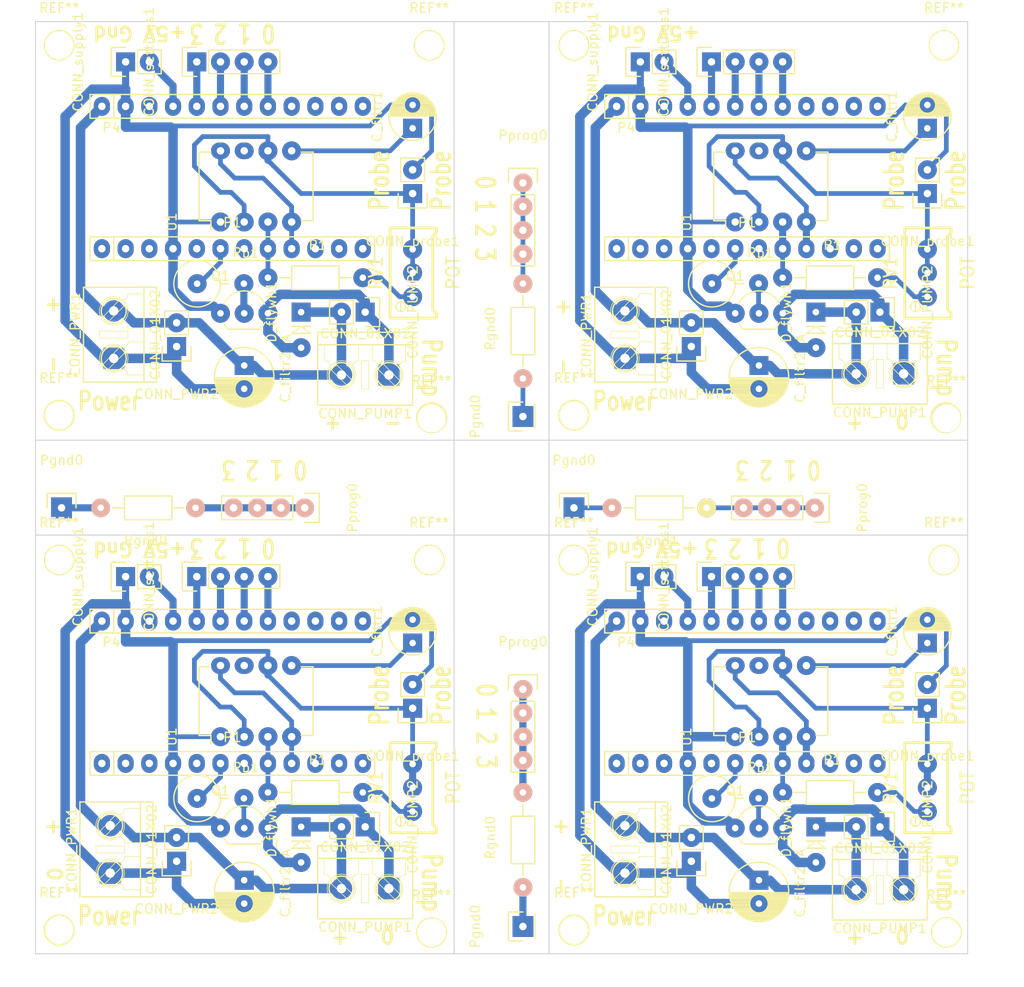
<source format=kicad_pcb>
(kicad_pcb (version 4) (host pcbnew 4.0.2+e4-6225~38~ubuntu14.04.1-stable)
  (title_block (date "sam. 04 avril 2015"))
  (layers (0 F.Cu signal) (31 B.Cu signal) (34 B.Paste user) (35 F.Paste user) (36 B.SilkS user) (37 F.SilkS user) (38 B.Mask user) (39 F.Mask user) (44 Edge.Cuts user))
  (net 0 "")
  (net 1 "/1(Tx)")
  (net 2 "/0(Rx)")
  (net 3 /Reset)
  (net 4 GND)
  (net 5 /2)
  (net 6 "/3(**)")
  (net 7 /4)
  (net 8 "/5(**)")
  (net 9 /7)
  (net 10 /8)
  (net 11 "/9(**)")
  (net 12 VCC)
  (net 13 /A3)
  (net 14 /A2)
  (net 15 /A1)
  (net 16 /A0)
  (net 17 "/13(SCK)")
  (net 18 "/12(MISO)")
  (net 19 "/11(**/MOSI)")
  (net 20 "/10(**/SS)")
  (net 21 "Net-(CONN_probe1-Pad1)")
  (net 22 "Net-(CONN_PUMP1-Pad1)")
  (net 23 +12V)
  (net 24 "Net-(C_filtr1-Pad1)")
  (net 25 "Net-(Q1-Pad2)")
  (net 26 "Net-(R1-Pad2)")
  (net 27 "Net-(U1-Pad7)")
  (net 28 "Net-(Pgnd0-Pad1)")
  (net 29 "Net-(Pprog0-Pad1)")
  (net 30 "Net-(Pprog0-Pad2)")
  (net 31 "Net-(Pprog0-Pad3)")
  (net 32 "Net-(Pprog0-Pad4)")
  (module Mounting_Holes:MountingHole_3mm (layer F.Cu) (at 73.914 149.606)
    (fp_text reference REF** (at 0 -4.0005) (layer F.SilkS))
    (fp_text value MountingHole_3mm)
    (pad 1 thru_hole circle (at 0 0) (size 3 3) (drill 3) (layers))
  )
  (module Mounting_Holes:MountingHole_3mm (layer F.Cu) (at 129.032 149.606)
    (fp_text reference REF** (at 0 -4.0005) (layer F.SilkS))
    (fp_text value MountingHole_3mm)
    (pad 1 thru_hole circle (at 0 0) (size 3 3) (drill 3) (layers))
  )
  (module Mounting_Holes:MountingHole_3mm (layer F.Cu) (at 89.154 149.352)
    (fp_text reference REF** (at 0 -4.0005) (layer F.SilkS))
    (fp_text value MountingHole_3mm)
    (pad 1 thru_hole circle (at 0 0) (size 3 3) (drill 3) (layers))
  )
  (module Mounting_Holes:MountingHole_3mm (layer F.Cu) (at 34.036 149.352)
    (fp_text reference REF** (at 0 -4.0005) (layer F.SilkS))
    (fp_text value MountingHole_3mm)
    (pad 1 thru_hole circle (at 0 0) (size 3 3) (drill 3) (layers))
  )
  (module Mounting_Holes:MountingHole_3mm (layer F.Cu) (at 128.778 109.728)
    (fp_text reference REF** (at 0 -4.0005) (layer F.SilkS))
    (fp_text value MountingHole_3mm)
    (pad 1 thru_hole circle (at 0 0) (size 3 3) (drill 3) (layers))
  )
  (module Mounting_Holes:MountingHole_3mm (layer F.Cu) (at 89.154 109.728)
    (fp_text reference REF** (at 0 -4.0005) (layer F.SilkS))
    (fp_text value MountingHole_3mm)
    (pad 1 thru_hole circle (at 0 0) (size 3 3) (drill 3) (layers))
  )
  (module Mounting_Holes:MountingHole_3mm (layer F.Cu) (at 73.66 109.728)
    (fp_text reference REF** (at 0 -4.0005) (layer F.SilkS))
    (fp_text value MountingHole_3mm)
    (pad 1 thru_hole circle (at 0 0) (size 3 3) (drill 3) (layers))
  )
  (module Mounting_Holes:MountingHole_3mm (layer F.Cu) (at 34.036 109.728)
    (fp_text reference REF** (at 0 -4.0005) (layer F.SilkS))
    (fp_text value MountingHole_3mm)
    (pad 1 thru_hole circle (at 0 0) (size 3 3) (drill 3) (layers))
  )
  (module Mounting_Holes:MountingHole_3mm (layer F.Cu) (at 34.036 94.234)
    (fp_text reference REF** (at 0 -4.0005) (layer F.SilkS))
    (fp_text value MountingHole_3mm)
    (pad 1 thru_hole circle (at 0 0) (size 3 3) (drill 3) (layers))
  )
  (module Mounting_Holes:MountingHole_3mm (layer F.Cu) (at 73.914 94.5515)
    (fp_text reference REF** (at 0 -4.0005) (layer F.SilkS))
    (fp_text value MountingHole_3mm)
    (pad 1 thru_hole circle (at 0 0) (size 3 3) (drill 3) (layers))
  )
  (module Mounting_Holes:MountingHole_3mm (layer F.Cu) (at 89.154 94.234)
    (fp_text reference REF** (at 0 -4.0005) (layer F.SilkS))
    (fp_text value MountingHole_3mm)
    (pad 1 thru_hole circle (at 0 0) (size 3 3) (drill 3) (layers))
  )
  (module Mounting_Holes:MountingHole_3mm (layer F.Cu) (at 129.032 94.5515)
    (fp_text reference REF** (at 0 -4.0005) (layer F.SilkS))
    (fp_text value MountingHole_3mm)
    (pad 1 thru_hole circle (at 0 0) (size 3 3) (drill 3) (layers))
  )
  (module Mounting_Holes:MountingHole_3mm (layer F.Cu) (at 128.778 54.61)
    (fp_text reference REF** (at 0 -4.0005) (layer F.SilkS))
    (fp_text value MountingHole_3mm)
    (pad 1 thru_hole circle (at 0 0) (size 3 3) (drill 3) (layers))
  )
  (module Mounting_Holes:MountingHole_3mm (layer F.Cu) (at 89.154 54.61)
    (fp_text reference REF** (at 0 -4.0005) (layer F.SilkS))
    (fp_text value MountingHole_3mm)
    (pad 1 thru_hole circle (at 0 0) (size 3 3) (drill 3) (layers))
  )
  (module Mounting_Holes:MountingHole_3mm (layer F.Cu) (at 73.66 54.61)
    (fp_text reference REF** (at 0 -4.0005) (layer F.SilkS))
    (fp_text value MountingHole_3mm)
    (pad 1 thru_hole circle (at 0 0) (size 3 3) (drill 3) (layers))
  )
  (module Mounting_Holes:MountingHole_3mm (layer F.Cu) (at 34.036 54.61)
    (fp_text reference REF** (at 0 -4.0005) (layer F.SilkS))
    (fp_text value MountingHole_3mm)
    (pad 1 thru_hole circle (at 0 0) (size 3 3) (drill 3) (layers))
  )
  (module colo-termblocks:KF301-2P-B (layer F.Cu) (at 94.615 85.598 90)
    (fp_text reference CONN_PWR1 (at 0 -4.1275 270) (layer F.SilkS))
    (fp_text value CONN_01X02 (at 0 4.445 270) (layer F.SilkS))
    (pad 1 thru_hole rect (at -2.54 0 90) (size 2.286 2.286) (drill 1) (layers B.Cu B.Mask) (net 4 GND))
    (pad 2 thru_hole circle (at 2.54 0 90) (size 2.286 2.286) (drill 1) (layers B.Cu B.Mask) (net 23 +12V))
  )
  (module colo-termblocks:KF301-2P-B (layer F.Cu) (at 94.615 140.716 90)
    (fp_text reference CONN_PWR1 (at 0 -4.1275 270) (layer F.SilkS))
    (fp_text value CONN_01X02 (at 0 4.445 270) (layer F.SilkS))
    (pad 1 thru_hole rect (at -2.54 0 90) (size 2.286 2.286) (drill 1) (layers B.Cu B.Mask) (net 4 GND))
    (pad 2 thru_hole circle (at 2.54 0 90) (size 2.286 2.286) (drill 1) (layers B.Cu B.Mask) (net 23 +12V))
  )
  (module colo-termblocks:KF301-2P-B (layer F.Cu) (at 39.497 140.716 90)
    (fp_text reference CONN_PWR1 (at 0 -4.1275 270) (layer F.SilkS))
    (fp_text value CONN_01X02 (at 0 4.445 270) (layer F.SilkS))
    (pad 1 thru_hole rect (at -2.54 0 90) (size 2.286 2.286) (drill 1) (layers B.Cu B.Mask) (net 4 GND))
    (pad 2 thru_hole circle (at 2.54 0 90) (size 2.286 2.286) (drill 1) (layers B.Cu B.Mask) (net 23 +12V))
  )
  (module colo-termblocks:KF301-2P-B (layer F.Cu) (at 39.878 85.598 90)
    (fp_text reference CONN_PWR1 (at 0 -4.1275 270) (layer F.SilkS))
    (fp_text value CONN_01X02 (at 0 4.445 270) (layer F.SilkS))
    (pad 1 thru_hole rect (at -2.54 0 90) (size 2.286 2.286) (drill 1) (layers B.Cu B.Mask) (net 4 GND))
    (pad 2 thru_hole circle (at 2.54 0 90) (size 2.286 2.286) (drill 1) (layers B.Cu B.Mask) (net 23 +12V))
  )
  (module colo-termblocks:KF301-2P-B (layer F.Cu) (at 121.92 145.034 180)
    (fp_text reference CONN_PUMP1 (at 0 -4.1275 360) (layer F.SilkS))
    (fp_text value CONN_01X02 (at 0 4.445 360) (layer F.SilkS))
    (pad 1 thru_hole rect (at -2.54 0 180) (size 2.286 2.286) (drill 1) (layers B.Cu B.Mask) (net 22 "Net-(CONN_PUMP1-Pad1)"))
    (pad 2 thru_hole circle (at 2.54 0 180) (size 2.286 2.286) (drill 1) (layers B.Cu B.Mask) (net 23 +12V))
  )
  (module colo-termblocks:KF301-2P-B (layer F.Cu) (at 66.802 144.907 180)
    (fp_text reference CONN_PUMP1 (at 0 -4.1275 360) (layer F.SilkS))
    (fp_text value CONN_01X02 (at 0 4.445 360) (layer F.SilkS))
    (pad 1 thru_hole rect (at -2.54 0 180) (size 2.286 2.286) (drill 1) (layers B.Cu B.Mask) (net 22 "Net-(CONN_PUMP1-Pad1)"))
    (pad 2 thru_hole circle (at 2.54 0 180) (size 2.286 2.286) (drill 1) (layers B.Cu B.Mask) (net 23 +12V))
  )
  (module colo-termblocks:KF301-2P-B (layer F.Cu) (at 121.92 89.789 180)
    (fp_text reference CONN_PUMP1 (at 0 -4.1275 360) (layer F.SilkS))
    (fp_text value CONN_01X02 (at 0 4.445 360) (layer F.SilkS))
    (pad 1 thru_hole rect (at -2.54 0 180) (size 2.286 2.286) (drill 1) (layers B.Cu B.Mask) (net 22 "Net-(CONN_PUMP1-Pad1)"))
    (pad 2 thru_hole circle (at 2.54 0 180) (size 2.286 2.286) (drill 1) (layers B.Cu B.Mask) (net 23 +12V))
  )
  (module colo-termblocks:KF301-2P-B (layer F.Cu) (at 66.802 89.916 180)
    (fp_text reference CONN_PUMP1 (at 0 -4.1275 360) (layer F.SilkS))
    (fp_text value CONN_01X02 (at 0 4.445 360) (layer F.SilkS))
    (pad 1 thru_hole rect (at -2.54 0 180) (size 2.286 2.286) (drill 1) (layers B.Cu B.Mask) (net 22 "Net-(CONN_PUMP1-Pad1)"))
    (pad 2 thru_hole circle (at 2.54 0 180) (size 2.286 2.286) (drill 1) (layers B.Cu B.Mask) (net 23 +12V))
  )
  (module Pin_Headers:Pin_Header_Straight_1x01 (layer F.Cu) (at 83.693 148.971 90)
    (fp_text reference Pgnd0 (at 0 -5.1 90) (layer F.SilkS))
    (fp_text value CONN_01X01)
    (pad 1 thru_hole rect (at 0 0 90) (size 2.2352 2.2352) (drill 0.8) (layers B.Cu B.Mask) (net 28 "Net-(Pgnd0-Pad1)"))
  )
  (module Pin_Headers:Pin_Header_Straight_1x04 (layer F.Cu) (at 83.693 123.571)
    (fp_text reference Pprog0 (at 0 -5.1) (layer F.SilkS))
    (fp_text value CONN_01X04)
    (pad 1 thru_hole circle (at 0 0) (size 1.99898 1.99898) (drill 0.8) (layers *.SilkS B.Cu B.Mask) (net 29 "Net-(Pprog0-Pad1)"))
    (pad 2 thru_hole circle (at 0 2.54) (size 1.99898 1.99898) (drill 0.8) (layers *.SilkS B.Cu B.Mask) (net 30 "Net-(Pprog0-Pad2)"))
    (pad 3 thru_hole circle (at 0 5.08) (size 1.99898 1.99898) (drill 0.8) (layers *.SilkS B.Cu B.Mask) (net 31 "Net-(Pprog0-Pad3)"))
    (pad 4 thru_hole circle (at 0 7.62) (size 1.99898 1.99898) (drill 0.8) (layers *.SilkS B.Cu B.Mask) (net 32 "Net-(Pprog0-Pad4)"))
  )
  (module Resistors_ThroughHole:Resistor_Horizontal_RM10mm (layer F.Cu) (at 83.693 139.7 90)
    (fp_text reference Rgnd0 (at 0.24892 -3.50012 90) (layer F.SilkS))
    (fp_text value 100R)
    (pad 1 thru_hole circle (at -5.08 0 90) (size 1.99898 1.99898) (drill 0.7) (layers *.SilkS B.Cu B.Mask) (net 29 "Net-(Pprog0-Pad1)"))
    (pad 2 thru_hole circle (at 5.08 0 90) (size 1.99898 1.99898) (drill 0.7) (layers *.SilkS B.Cu B.Mask) (net 28 "Net-(Pgnd0-Pad1)"))
  )
  (module Resistors_ThroughHole:Resistor_Horizontal_RM10mm (layer F.Cu) (at 83.693 85.217 90)
    (fp_text reference Rgnd0 (at 0.24892 -3.50012 90) (layer F.SilkS))
    (fp_text value 100R)
    (pad 1 thru_hole circle (at -5.08 0 90) (size 1.99898 1.99898) (drill 0.7) (layers *.SilkS B.Cu B.Mask) (net 31 "Net-(Pprog0-Pad3)"))
    (pad 2 thru_hole circle (at 5.08 0 90) (size 1.99898 1.99898) (drill 0.7) (layers *.SilkS B.Cu B.Mask) (net 28 "Net-(Pgnd0-Pad1)"))
  )
  (module Pin_Headers:Pin_Header_Straight_1x04 (layer F.Cu) (at 83.693 69.342)
    (fp_text reference Pprog0 (at 0 -5.1) (layer F.SilkS))
    (fp_text value CONN_01X04)
    (pad 1 thru_hole circle (at 0 0) (size 1.99898 1.99898) (drill 0.8) (layers *.SilkS B.Cu B.Mask) (net 29 "Net-(Pprog0-Pad1)"))
    (pad 2 thru_hole circle (at 0 2.54) (size 1.99898 1.99898) (drill 0.8) (layers *.SilkS B.Cu B.Mask) (net 30 "Net-(Pprog0-Pad2)"))
    (pad 3 thru_hole circle (at 0 5.08) (size 1.99898 1.99898) (drill 0.8) (layers *.SilkS B.Cu B.Mask) (net 31 "Net-(Pprog0-Pad3)"))
    (pad 4 thru_hole circle (at 0 7.62) (size 1.99898 1.99898) (drill 0.8) (layers *.SilkS B.Cu B.Mask) (net 32 "Net-(Pprog0-Pad4)"))
  )
  (module Pin_Headers:Pin_Header_Straight_1x01 (layer F.Cu) (at 83.693 94.361 90)
    (fp_text reference Pgnd0 (at 0 -5.1 90) (layer F.SilkS))
    (fp_text value CONN_01X01)
    (pad 1 thru_hole rect (at 0 0 90) (size 2.2352 2.2352) (drill 0.8) (layers B.Cu B.Mask) (net 28 "Net-(Pgnd0-Pad1)"))
  )
  (module Pin_Headers:Pin_Header_Straight_1x01 (layer F.Cu) (at 89.154 104.14)
    (fp_text reference Pgnd0 (at 0 -5.1) (layer F.SilkS))
    (fp_text value CONN_01X01)
    (pad 1 thru_hole rect (at 0 0) (size 2.2352 2.2352) (drill 0.8) (layers B.Cu B.Mask) (net 28 "Net-(Pgnd0-Pad1)"))
  )
  (module Pin_Headers:Pin_Header_Straight_1x04 (layer F.Cu) (at 114.935 104.14 270)
    (fp_text reference Pprog0 (at 0 -5.1 270) (layer F.SilkS))
    (fp_text value CONN_01X04)
    (pad 1 thru_hole circle (at 0 0 270) (size 1.99898 1.99898) (drill 0.8) (layers *.SilkS B.Cu B.Mask) (net 29 "Net-(Pprog0-Pad1)"))
    (pad 2 thru_hole circle (at 0 2.54 270) (size 1.99898 1.99898) (drill 0.8) (layers *.SilkS B.Cu B.Mask) (net 30 "Net-(Pprog0-Pad2)"))
    (pad 3 thru_hole circle (at 0 5.08 270) (size 1.99898 1.99898) (drill 0.8) (layers *.SilkS B.Cu B.Mask) (net 31 "Net-(Pprog0-Pad3)"))
    (pad 4 thru_hole circle (at 0 7.62 270) (size 1.99898 1.99898) (drill 0.8) (layers *.SilkS B.Cu B.Mask) (net 32 "Net-(Pprog0-Pad4)"))
  )
  (module Resistors_ThroughHole:Resistor_Horizontal_RM10mm (layer F.Cu) (at 98.298 104.14 180)
    (fp_text reference Rgnd1 (at 0.24892 -3.50012 180) (layer F.SilkS))
    (fp_text value 100R)
    (pad 1 thru_hole circle (at -5.08 0 180) (size 1.99898 1.99898) (drill 0.7) (layers B.Cu F.SilkS B.Mask) (net 32 "Net-(Pprog0-Pad4)"))
    (pad 2 thru_hole circle (at 5.08 0 180) (size 1.99898 1.99898) (drill 0.7) (layers *.SilkS B.Cu B.Mask) (net 28 "Net-(Pgnd0-Pad1)"))
  )
  (module TO_SOT_Packages_THT:TO-92_Inline_Wide (layer F.Cu) (at 106.426 138.43)
    (fp_text reference Q1 (at 0 -4 180) (layer F.SilkS))
    (fp_text value 2N2222)
    (pad 2 thru_hole oval (at 2.54 0) (size 2.032 2.032) (drill 0.7) (layers B.Cu B.Mask) (net 25 "Net-(Q1-Pad2)"))
    (pad 3 thru_hole oval (at 5.08 0) (size 2.032 2.032) (drill 0.7) (layers B.Cu B.Mask) (net 22 "Net-(CONN_PUMP1-Pad1)"))
    (pad 1 thru_hole oval (at 0 0) (size 2.032 2.032) (drill 0.7) (layers B.Cu B.Mask) (net 4 GND))
  )
  (module Socket_Arduino_Pro_Mini:Socket_Strip_Arduino_1x12 (layer F.Cu) (at 93.726 131.5085)
    (fp_text reference P1 (at 13.97 -2.794) (layer F.SilkS))
    (fp_text value Digital)
    (pad 1 thru_hole oval (at 0 0) (size 1.7272 2.032) (drill 0.8) (layers B.Cu B.Mask) (net 1 "/1(Tx)"))
    (pad 2 thru_hole oval (at 2.54 0) (size 1.7272 2.032) (drill 0.8) (layers B.Cu B.Mask) (net 2 "/0(Rx)"))
    (pad 3 thru_hole oval (at 5.08 0) (size 1.7272 2.032) (drill 0.8) (layers B.Cu B.Mask) (net 3 /Reset))
    (pad 4 thru_hole oval (at 7.62 0) (size 1.7272 2.032) (drill 0.8) (layers B.Cu B.Mask) (net 4 GND))
    (pad 5 thru_hole oval (at 10.16 0) (size 1.7272 2.032) (drill 0.8) (layers B.Cu B.Mask) (net 5 /2))
    (pad 6 thru_hole oval (at 12.7 0) (size 1.7272 2.032) (drill 0.8) (layers B.Cu B.Mask) (net 6 "/3(**)"))
    (pad 7 thru_hole oval (at 15.24 0) (size 1.7272 2.032) (drill 0.8) (layers B.Cu B.Mask) (net 7 /4))
    (pad 8 thru_hole oval (at 17.78 0) (size 1.7272 2.032) (drill 0.8) (layers B.Cu B.Mask) (net 8 "/5(**)"))
    (pad 9 thru_hole oval (at 20.32 0) (size 1.7272 2.032) (drill 0.8) (layers B.Cu B.Mask) (net 12 VCC))
    (pad 10 thru_hole oval (at 22.86 0) (size 1.7272 2.032) (drill 0.8) (layers B.Cu B.Mask) (net 9 /7))
    (pad 11 thru_hole oval (at 25.4 0) (size 1.7272 2.032) (drill 0.8) (layers B.Cu B.Mask) (net 10 /8))
    (pad 12 thru_hole oval (at 27.94 0) (size 1.7272 2.032) (drill 0.8) (layers B.Cu B.Mask) (net 11 "/9(**)"))
  )
  (module Socket_Arduino_Pro_Mini:Socket_Strip_Arduino_1x12 (layer F.Cu) (at 93.726 116.2685)
    (fp_text reference P4 (at 1.016 2.286) (layer F.SilkS))
    (fp_text value Analog)
    (pad 1 thru_hole oval (at 0 0) (size 1.7272 2.032) (drill 0.8) (layers B.Cu B.Mask) (net 23 +12V))
    (pad 2 thru_hole oval (at 2.54 0) (size 1.7272 2.032) (drill 0.8) (layers B.Cu B.Mask) (net 4 GND))
    (pad 3 thru_hole oval (at 5.08 0) (size 1.7272 2.032) (drill 0.8) (layers B.Cu B.Mask) (net 3 /Reset))
    (pad 4 thru_hole oval (at 7.62 0) (size 1.7272 2.032) (drill 0.8) (layers B.Cu B.Mask) (net 12 VCC))
    (pad 5 thru_hole oval (at 10.16 0) (size 1.7272 2.032) (drill 0.8) (layers B.Cu B.Mask) (net 13 /A3))
    (pad 6 thru_hole oval (at 12.7 0) (size 1.7272 2.032) (drill 0.8) (layers B.Cu B.Mask) (net 14 /A2))
    (pad 7 thru_hole oval (at 15.24 0) (size 1.7272 2.032) (drill 0.8) (layers B.Cu B.Mask) (net 15 /A1))
    (pad 8 thru_hole oval (at 17.78 0) (size 1.7272 2.032) (drill 0.8) (layers B.Cu B.Mask) (net 16 /A0))
    (pad 9 thru_hole oval (at 20.32 0) (size 1.7272 2.032) (drill 0.8) (layers B.Cu B.Mask) (net 17 "/13(SCK)"))
    (pad 10 thru_hole oval (at 22.86 0) (size 1.7272 2.032) (drill 0.8) (layers B.Cu B.Mask) (net 18 "/12(MISO)"))
    (pad 11 thru_hole oval (at 25.4 0) (size 1.7272 2.032) (drill 0.8) (layers B.Cu B.Mask) (net 19 "/11(**/MOSI)"))
    (pad 12 thru_hole oval (at 27.94 0) (size 1.7272 2.032) (drill 0.8) (layers B.Cu B.Mask) (net 20 "/10(**/SS)"))
  )
  (module Pin_Headers:Pin_Header_Straight_1x02 (layer F.Cu) (at 127 125.603 180)
    (fp_text reference CONN_probe1 (at 0 -5.1 180) (layer F.SilkS))
    (fp_text value CONN_01X02)
    (pad 1 thru_hole rect (at 0 0 180) (size 2.032 2.032) (drill 0.8) (layers B.Cu B.Mask) (net 21 "Net-(CONN_probe1-Pad1)"))
    (pad 2 thru_hole oval (at 0 2.54 180) (size 2.032 2.032) (drill 0.8) (layers B.Cu B.Mask) (net 4 GND))
  )
  (module Pin_Headers:Pin_Header_Straight_1x02 (layer F.Cu) (at 121.92 138.303 270)
    (fp_text reference CONN_PUMP2 (at 0 -5.1 270) (layer F.SilkS))
    (fp_text value CONN_01X02)
    (pad 1 thru_hole rect (at 0 0 270) (size 2.032 2.032) (drill 0.8) (layers B.Cu B.Mask) (net 22 "Net-(CONN_PUMP1-Pad1)"))
    (pad 2 thru_hole oval (at 0 2.54 270) (size 2.032 2.032) (drill 0.8) (layers B.Cu B.Mask) (net 23 +12V))
  )
  (module Pin_Headers:Pin_Header_Straight_1x02 (layer F.Cu) (at 101.727 141.986 180)
    (fp_text reference CONN_PWR2 (at 0 -5.1 180) (layer F.SilkS))
    (fp_text value CONN_01X02)
    (pad 1 thru_hole rect (at 0 0 180) (size 2.032 2.032) (drill 0.8) (layers B.Cu B.Mask) (net 4 GND))
    (pad 2 thru_hole oval (at 0 2.54 180) (size 2.032 2.032) (drill 0.8) (layers B.Cu B.Mask) (net 23 +12V))
  )
  (module Capacitors_ThroughHole:C_Radial_D5_L6_P2.5 (layer F.Cu) (at 127 118.618 90)
    (fp_text reference C_filtr1 (at 1.25 -3.8 90) (layer F.SilkS))
    (fp_text value CP1)
    (pad 1 thru_hole rect (at 0 0 90) (size 2.032 2.032) (drill 0.7) (layers B.Cu B.Mask) (net 24 "Net-(C_filtr1-Pad1)"))
    (pad 2 thru_hole oval (at 2.5 0 90) (size 2.032 2.032) (drill 0.7) (layers B.Cu B.Mask) (net 4 GND))
  )
  (module Resistors_ThroughHole:Resistor_Horizontal_RM10mm (layer F.Cu) (at 116.586 134.62)
    (fp_text reference R1 (at 0.24892 -3.50012) (layer F.SilkS))
    (fp_text value R)
    (pad 1 thru_hole oval (at -5.08 0) (size 2.032 2.032) (drill 0.7) (layers B.Cu B.Mask) (net 8 "/5(**)"))
    (pad 2 thru_hole oval (at 5.08 0) (size 2.032 2.032) (drill 0.7) (layers B.Cu B.Mask) (net 26 "Net-(R1-Pad2)"))
  )
  (module trimpot-cermet-btype:RV-bline (layer F.Cu) (at 127 134.112 90)
    (fp_text reference RV1 (at 0 -3.937 90) (layer F.SilkS) (effects (font (size 1.397 1.27) (thickness 0.2032))))
    (fp_text value POT (at 0 4.318 90) (layer F.SilkS) (effects (font (size 1.397 1.27) (thickness 0.2032))))
    (pad 1 thru_hole oval (at -2.54 0 90) (size 2.032 2.032) (drill 0.7) (layers B.Cu B.Mask) (net 26 "Net-(R1-Pad2)"))
    (pad 2 thru_hole oval (at 0 0 90) (size 2.032 2.032) (drill 0.7) (layers B.Cu B.Mask) (net 21 "Net-(CONN_probe1-Pad1)"))
    (pad 3 thru_hole oval (at 2.54 0 90) (size 2.032 2.032) (drill 0.7) (layers B.Cu B.Mask) (net 21 "Net-(CONN_probe1-Pad1)"))
  )
  (module Capacitors_ThroughHole:C_Radial_D6.3_L11.2_P2.5 (layer F.Cu) (at 108.966 144.018 270)
    (fp_text reference C_filtr2 (at 1.25 -4.4 270) (layer F.SilkS))
    (fp_text value CP1)
    (pad 2 thru_hole oval (at 2.5 0 270) (size 2.032 2.032) (drill 0.7) (layers B.Cu B.Mask) (net 4 GND))
    (pad 1 thru_hole rect (at 0 0 270) (size 2.032 2.032) (drill 0.7) (layers B.Cu B.Mask) (net 23 +12V))
  )
  (module Diodes_ThroughHole:Diode_DO-41_SOD81_Vertical_AnodeUp (layer F.Cu) (at 115.062 138.303 270)
    (fp_text reference D_flywh1 (at 0 3.175 270) (layer F.SilkS))
    (fp_text value D_Small)
    (fp_text user A (at 2.794 1.651 270) (layer F.SilkS))
    (pad 2 thru_hole oval (at 3.81 0 270) (size 2.032 2.032) (drill 0.7) (layers B.Cu B.Mask) (net 22 "Net-(CONN_PUMP1-Pad1)"))
    (pad 1 thru_hole rect (at 0 0 270) (size 2.032 2.032) (drill 0.7) (layers B.Cu B.Mask) (net 23 +12V))
  )
  (module Housings_DIP:DIP-8_W7.62mm (layer F.Cu) (at 106.426 128.651 90)
    (fp_text reference U1 (at 0 -5.22 90) (layer F.SilkS))
    (fp_text value LM555N)
    (pad 1 thru_hole oval (at 0 0 90) (size 2.032 2.032) (drill 0.8) (layers B.Cu B.Mask) (net 4 GND))
    (pad 2 thru_hole oval (at 0 2.54 90) (size 2.032 2.032) (drill 0.8) (layers B.Cu B.Mask) (net 21 "Net-(CONN_probe1-Pad1)"))
    (pad 3 thru_hole oval (at 0 5.08 90) (size 2.032 2.032) (drill 0.8) (layers B.Cu B.Mask) (net 8 "/5(**)"))
    (pad 4 thru_hole oval (at 0 7.62 90) (size 2.032 2.032) (drill 0.8) (layers B.Cu B.Mask) (net 12 VCC))
    (pad 5 thru_hole oval (at 7.62 7.62 90) (size 2.032 2.032) (drill 0.8) (layers B.Cu B.Mask) (net 24 "Net-(C_filtr1-Pad1)"))
    (pad 6 thru_hole oval (at 7.62 5.08 90) (size 2.032 2.032) (drill 0.8) (layers B.Cu B.Mask) (net 21 "Net-(CONN_probe1-Pad1)"))
    (pad 7 thru_hole oval (at 7.62 2.54 90) (size 1.778 2.032) (drill 0.8) (layers B.Cu B.Mask) (net 27 "Net-(U1-Pad7)"))
    (pad 8 thru_hole oval (at 7.62 0 90) (size 1.778 2.032) (drill 0.8) (layers B.Cu B.Mask) (net 12 VCC))
  )
  (module Resistors_ThroughHole:Resistor_Vertical_RM5mm (layer F.Cu) (at 106.426 135.255)
    (fp_text reference Rb1 (at 2.70002 -3.29946) (layer F.SilkS))
    (fp_text value 470R)
    (pad 1 thru_hole oval (at -2.49936 0) (size 2.032 2.032) (drill 0.7) (layers B.Cu B.Mask) (net 6 "/3(**)"))
    (pad 2 thru_hole oval (at 2.5019 0) (size 2.032 2.032) (drill 0.7) (layers B.Cu B.Mask) (net 25 "Net-(Q1-Pad2)"))
  )
  (module Pin_Headers:Pin_Header_Straight_1x04 (layer F.Cu) (at 103.886 111.506 90)
    (fp_text reference CONN_settings1 (at 0 -5.1 90) (layer F.SilkS))
    (fp_text value CONN_01X04)
    (pad 1 thru_hole rect (at 0 0 90) (size 2.032 2.032) (drill 0.8) (layers B.Cu B.Mask) (net 13 /A3))
    (pad 2 thru_hole oval (at 0 2.54 90) (size 2.032 2.032) (drill 0.8) (layers B.Cu B.Mask) (net 14 /A2))
    (pad 3 thru_hole oval (at 0 5.08 90) (size 2.032 2.032) (drill 0.8) (layers B.Cu B.Mask) (net 15 /A1))
    (pad 4 thru_hole oval (at 0 7.62 90) (size 2.032 2.032) (drill 0.8) (layers B.Cu B.Mask) (net 16 /A0))
  )
  (module Pin_Headers:Pin_Header_Straight_1x02 (layer F.Cu) (at 96.266 111.506 90)
    (fp_text reference CONN_supply1 (at 0 -5.1 90) (layer F.SilkS))
    (fp_text value CONN_01X02)
    (pad 1 thru_hole rect (at 0 0 90) (size 2.032 2.032) (drill 0.8) (layers B.Cu B.Mask) (net 4 GND))
    (pad 2 thru_hole oval (at 0 2.54 90) (size 2.032 2.032) (drill 0.8) (layers B.Cu B.Mask) (net 12 VCC))
  )
  (module TO_SOT_Packages_THT:TO-92_Inline_Wide (layer F.Cu) (at 106.426 83.312)
    (fp_text reference Q1 (at 0 -4 180) (layer F.SilkS))
    (fp_text value 2N2222)
    (pad 2 thru_hole oval (at 2.54 0) (size 2.032 2.032) (drill 0.7) (layers B.Cu B.Mask) (net 25 "Net-(Q1-Pad2)"))
    (pad 3 thru_hole oval (at 5.08 0) (size 2.032 2.032) (drill 0.7) (layers B.Cu B.Mask) (net 22 "Net-(CONN_PUMP1-Pad1)"))
    (pad 1 thru_hole oval (at 0 0) (size 2.032 2.032) (drill 0.7) (layers B.Cu B.Mask) (net 4 GND))
  )
  (module Socket_Arduino_Pro_Mini:Socket_Strip_Arduino_1x12 (layer F.Cu) (at 93.726 76.3905)
    (fp_text reference P1 (at 13.97 -2.794) (layer F.SilkS))
    (fp_text value Digital)
    (pad 1 thru_hole oval (at 0 0) (size 1.7272 2.032) (drill 0.8) (layers B.Cu B.Mask) (net 1 "/1(Tx)"))
    (pad 2 thru_hole oval (at 2.54 0) (size 1.7272 2.032) (drill 0.8) (layers B.Cu B.Mask) (net 2 "/0(Rx)"))
    (pad 3 thru_hole oval (at 5.08 0) (size 1.7272 2.032) (drill 0.8) (layers B.Cu B.Mask) (net 3 /Reset))
    (pad 4 thru_hole oval (at 7.62 0) (size 1.7272 2.032) (drill 0.8) (layers B.Cu B.Mask) (net 4 GND))
    (pad 5 thru_hole oval (at 10.16 0) (size 1.7272 2.032) (drill 0.8) (layers B.Cu B.Mask) (net 5 /2))
    (pad 6 thru_hole oval (at 12.7 0) (size 1.7272 2.032) (drill 0.8) (layers B.Cu B.Mask) (net 6 "/3(**)"))
    (pad 7 thru_hole oval (at 15.24 0) (size 1.7272 2.032) (drill 0.8) (layers B.Cu B.Mask) (net 7 /4))
    (pad 8 thru_hole oval (at 17.78 0) (size 1.7272 2.032) (drill 0.8) (layers B.Cu B.Mask) (net 8 "/5(**)"))
    (pad 9 thru_hole oval (at 20.32 0) (size 1.7272 2.032) (drill 0.8) (layers B.Cu B.Mask) (net 12 VCC))
    (pad 10 thru_hole oval (at 22.86 0) (size 1.7272 2.032) (drill 0.8) (layers B.Cu B.Mask) (net 9 /7))
    (pad 11 thru_hole oval (at 25.4 0) (size 1.7272 2.032) (drill 0.8) (layers B.Cu B.Mask) (net 10 /8))
    (pad 12 thru_hole oval (at 27.94 0) (size 1.7272 2.032) (drill 0.8) (layers B.Cu B.Mask) (net 11 "/9(**)"))
  )
  (module Socket_Arduino_Pro_Mini:Socket_Strip_Arduino_1x12 (layer F.Cu) (at 93.726 61.1505)
    (fp_text reference P4 (at 1.016 2.286) (layer F.SilkS))
    (fp_text value Analog)
    (pad 1 thru_hole oval (at 0 0) (size 1.7272 2.032) (drill 0.8) (layers B.Cu B.Mask) (net 23 +12V))
    (pad 2 thru_hole oval (at 2.54 0) (size 1.7272 2.032) (drill 0.8) (layers B.Cu B.Mask) (net 4 GND))
    (pad 3 thru_hole oval (at 5.08 0) (size 1.7272 2.032) (drill 0.8) (layers B.Cu B.Mask) (net 3 /Reset))
    (pad 4 thru_hole oval (at 7.62 0) (size 1.7272 2.032) (drill 0.8) (layers B.Cu B.Mask) (net 12 VCC))
    (pad 5 thru_hole oval (at 10.16 0) (size 1.7272 2.032) (drill 0.8) (layers B.Cu B.Mask) (net 13 /A3))
    (pad 6 thru_hole oval (at 12.7 0) (size 1.7272 2.032) (drill 0.8) (layers B.Cu B.Mask) (net 14 /A2))
    (pad 7 thru_hole oval (at 15.24 0) (size 1.7272 2.032) (drill 0.8) (layers B.Cu B.Mask) (net 15 /A1))
    (pad 8 thru_hole oval (at 17.78 0) (size 1.7272 2.032) (drill 0.8) (layers B.Cu B.Mask) (net 16 /A0))
    (pad 9 thru_hole oval (at 20.32 0) (size 1.7272 2.032) (drill 0.8) (layers B.Cu B.Mask) (net 17 "/13(SCK)"))
    (pad 10 thru_hole oval (at 22.86 0) (size 1.7272 2.032) (drill 0.8) (layers B.Cu B.Mask) (net 18 "/12(MISO)"))
    (pad 11 thru_hole oval (at 25.4 0) (size 1.7272 2.032) (drill 0.8) (layers B.Cu B.Mask) (net 19 "/11(**/MOSI)"))
    (pad 12 thru_hole oval (at 27.94 0) (size 1.7272 2.032) (drill 0.8) (layers B.Cu B.Mask) (net 20 "/10(**/SS)"))
  )
  (module Pin_Headers:Pin_Header_Straight_1x02 (layer F.Cu) (at 127 70.485 180)
    (fp_text reference CONN_probe1 (at 0 -5.1 180) (layer F.SilkS))
    (fp_text value CONN_01X02)
    (pad 1 thru_hole rect (at 0 0 180) (size 2.032 2.032) (drill 0.8) (layers B.Cu B.Mask) (net 21 "Net-(CONN_probe1-Pad1)"))
    (pad 2 thru_hole oval (at 0 2.54 180) (size 2.032 2.032) (drill 0.8) (layers B.Cu B.Mask) (net 4 GND))
  )
  (module Pin_Headers:Pin_Header_Straight_1x02 (layer F.Cu) (at 121.92 83.185 270)
    (fp_text reference CONN_PUMP2 (at 0 -5.1 270) (layer F.SilkS))
    (fp_text value CONN_01X02)
    (pad 1 thru_hole rect (at 0 0 270) (size 2.032 2.032) (drill 0.8) (layers B.Cu B.Mask) (net 22 "Net-(CONN_PUMP1-Pad1)"))
    (pad 2 thru_hole oval (at 0 2.54 270) (size 2.032 2.032) (drill 0.8) (layers B.Cu B.Mask) (net 23 +12V))
  )
  (module Pin_Headers:Pin_Header_Straight_1x02 (layer F.Cu) (at 101.727 86.868 180)
    (fp_text reference CONN_PWR2 (at 0 -5.1 180) (layer F.SilkS))
    (fp_text value CONN_01X02)
    (pad 1 thru_hole rect (at 0 0 180) (size 2.032 2.032) (drill 0.8) (layers B.Cu B.Mask) (net 4 GND))
    (pad 2 thru_hole oval (at 0 2.54 180) (size 2.032 2.032) (drill 0.8) (layers B.Cu B.Mask) (net 23 +12V))
  )
  (module Capacitors_ThroughHole:C_Radial_D5_L6_P2.5 (layer F.Cu) (at 127 63.5 90)
    (fp_text reference C_filtr1 (at 1.25 -3.8 90) (layer F.SilkS))
    (fp_text value CP1)
    (pad 1 thru_hole rect (at 0 0 90) (size 2.032 2.032) (drill 0.7) (layers B.Cu B.Mask) (net 24 "Net-(C_filtr1-Pad1)"))
    (pad 2 thru_hole oval (at 2.5 0 90) (size 2.032 2.032) (drill 0.7) (layers B.Cu B.Mask) (net 4 GND))
  )
  (module Resistors_ThroughHole:Resistor_Horizontal_RM10mm (layer F.Cu) (at 116.586 79.502)
    (fp_text reference R1 (at 0.24892 -3.50012) (layer F.SilkS))
    (fp_text value R)
    (pad 1 thru_hole oval (at -5.08 0) (size 2.032 2.032) (drill 0.7) (layers B.Cu B.Mask) (net 8 "/5(**)"))
    (pad 2 thru_hole oval (at 5.08 0) (size 2.032 2.032) (drill 0.7) (layers B.Cu B.Mask) (net 26 "Net-(R1-Pad2)"))
  )
  (module trimpot-cermet-btype:RV-bline (layer F.Cu) (at 127 78.994 90)
    (fp_text reference RV1 (at 0 -3.937 90) (layer F.SilkS) (effects (font (size 1.397 1.27) (thickness 0.2032))))
    (fp_text value POT (at 0 4.318 90) (layer F.SilkS) (effects (font (size 1.397 1.27) (thickness 0.2032))))
    (pad 1 thru_hole oval (at -2.54 0 90) (size 2.032 2.032) (drill 0.7) (layers B.Cu B.Mask) (net 26 "Net-(R1-Pad2)"))
    (pad 2 thru_hole oval (at 0 0 90) (size 2.032 2.032) (drill 0.7) (layers B.Cu B.Mask) (net 21 "Net-(CONN_probe1-Pad1)"))
    (pad 3 thru_hole oval (at 2.54 0 90) (size 2.032 2.032) (drill 0.7) (layers B.Cu B.Mask) (net 21 "Net-(CONN_probe1-Pad1)"))
  )
  (module Capacitors_ThroughHole:C_Radial_D6.3_L11.2_P2.5 (layer F.Cu) (at 108.966 88.9 270)
    (fp_text reference C_filtr2 (at 1.25 -4.4 270) (layer F.SilkS))
    (fp_text value CP1)
    (pad 2 thru_hole oval (at 2.5 0 270) (size 2.032 2.032) (drill 0.7) (layers B.Cu B.Mask) (net 4 GND))
    (pad 1 thru_hole rect (at 0 0 270) (size 2.032 2.032) (drill 0.7) (layers B.Cu B.Mask) (net 23 +12V))
  )
  (module Diodes_ThroughHole:Diode_DO-41_SOD81_Vertical_AnodeUp (layer F.Cu) (at 115.062 83.185 270)
    (fp_text reference D_flywh1 (at 0 3.175 270) (layer F.SilkS))
    (fp_text value D_Small)
    (fp_text user A (at 2.794 1.651 270) (layer F.SilkS))
    (pad 2 thru_hole oval (at 3.81 0 270) (size 2.032 2.032) (drill 0.7) (layers B.Cu B.Mask) (net 22 "Net-(CONN_PUMP1-Pad1)"))
    (pad 1 thru_hole rect (at 0 0 270) (size 2.032 2.032) (drill 0.7) (layers B.Cu B.Mask) (net 23 +12V))
  )
  (module Housings_DIP:DIP-8_W7.62mm (layer F.Cu) (at 106.426 73.533 90)
    (fp_text reference U1 (at 0 -5.22 90) (layer F.SilkS))
    (fp_text value LM555N)
    (pad 1 thru_hole oval (at 0 0 90) (size 2.032 2.032) (drill 0.8) (layers B.Cu B.Mask) (net 4 GND))
    (pad 2 thru_hole oval (at 0 2.54 90) (size 2.032 2.032) (drill 0.8) (layers B.Cu B.Mask) (net 21 "Net-(CONN_probe1-Pad1)"))
    (pad 3 thru_hole oval (at 0 5.08 90) (size 2.032 2.032) (drill 0.8) (layers B.Cu B.Mask) (net 8 "/5(**)"))
    (pad 4 thru_hole oval (at 0 7.62 90) (size 2.032 2.032) (drill 0.8) (layers B.Cu B.Mask) (net 12 VCC))
    (pad 5 thru_hole oval (at 7.62 7.62 90) (size 2.032 2.032) (drill 0.8) (layers B.Cu B.Mask) (net 24 "Net-(C_filtr1-Pad1)"))
    (pad 6 thru_hole oval (at 7.62 5.08 90) (size 2.032 2.032) (drill 0.8) (layers B.Cu B.Mask) (net 21 "Net-(CONN_probe1-Pad1)"))
    (pad 7 thru_hole oval (at 7.62 2.54 90) (size 1.778 2.032) (drill 0.8) (layers B.Cu B.Mask) (net 27 "Net-(U1-Pad7)"))
    (pad 8 thru_hole oval (at 7.62 0 90) (size 1.778 2.032) (drill 0.8) (layers B.Cu B.Mask) (net 12 VCC))
  )
  (module Resistors_ThroughHole:Resistor_Vertical_RM5mm (layer F.Cu) (at 106.426 80.137)
    (fp_text reference Rb1 (at 2.70002 -3.29946) (layer F.SilkS))
    (fp_text value 470R)
    (pad 1 thru_hole oval (at -2.49936 0) (size 2.032 2.032) (drill 0.7) (layers B.Cu B.Mask) (net 6 "/3(**)"))
    (pad 2 thru_hole oval (at 2.5019 0) (size 2.032 2.032) (drill 0.7) (layers B.Cu B.Mask) (net 25 "Net-(Q1-Pad2)"))
  )
  (module Pin_Headers:Pin_Header_Straight_1x04 (layer F.Cu) (at 103.886 56.388 90)
    (fp_text reference CONN_settings1 (at 0 -5.1 90) (layer F.SilkS))
    (fp_text value CONN_01X04)
    (pad 1 thru_hole rect (at 0 0 90) (size 2.032 2.032) (drill 0.8) (layers B.Cu B.Mask) (net 13 /A3))
    (pad 2 thru_hole oval (at 0 2.54 90) (size 2.032 2.032) (drill 0.8) (layers B.Cu B.Mask) (net 14 /A2))
    (pad 3 thru_hole oval (at 0 5.08 90) (size 2.032 2.032) (drill 0.8) (layers B.Cu B.Mask) (net 15 /A1))
    (pad 4 thru_hole oval (at 0 7.62 90) (size 2.032 2.032) (drill 0.8) (layers B.Cu B.Mask) (net 16 /A0))
  )
  (module Pin_Headers:Pin_Header_Straight_1x02 (layer F.Cu) (at 96.266 56.388 90)
    (fp_text reference CONN_supply1 (at 0 -5.1 90) (layer F.SilkS))
    (fp_text value CONN_01X02)
    (pad 1 thru_hole rect (at 0 0 90) (size 2.032 2.032) (drill 0.8) (layers B.Cu B.Mask) (net 4 GND))
    (pad 2 thru_hole oval (at 0 2.54 90) (size 2.032 2.032) (drill 0.8) (layers B.Cu B.Mask) (net 12 VCC))
  )
  (module Resistors_ThroughHole:Resistor_Horizontal_RM10mm (layer F.Cu) (at 43.561 104.14 180)
    (fp_text reference Rgnd0 (at 0.24892 -3.50012 180) (layer F.SilkS))
    (fp_text value 100R)
    (pad 1 thru_hole circle (at -5.08 0 180) (size 1.99898 1.99898) (drill 0.7) (layers *.SilkS B.Cu B.Mask) (net 29 "Net-(Pprog0-Pad1)"))
    (pad 2 thru_hole circle (at 5.08 0 180) (size 1.99898 1.99898) (drill 0.7) (layers *.SilkS B.Cu B.Mask) (net 28 "Net-(Pgnd0-Pad1)"))
  )
  (module Pin_Headers:Pin_Header_Straight_1x04 (layer F.Cu) (at 60.325 104.14 270)
    (fp_text reference Pprog0 (at 0 -5.1 270) (layer F.SilkS))
    (fp_text value CONN_01X04)
    (pad 1 thru_hole circle (at 0 0 270) (size 1.99898 1.99898) (drill 0.8) (layers *.SilkS B.Cu B.Mask) (net 29 "Net-(Pprog0-Pad1)"))
    (pad 2 thru_hole circle (at 0 2.54 270) (size 1.99898 1.99898) (drill 0.8) (layers *.SilkS B.Cu B.Mask) (net 30 "Net-(Pprog0-Pad2)"))
    (pad 3 thru_hole circle (at 0 5.08 270) (size 1.99898 1.99898) (drill 0.8) (layers *.SilkS B.Cu B.Mask) (net 31 "Net-(Pprog0-Pad3)"))
    (pad 4 thru_hole circle (at 0 7.62 270) (size 1.99898 1.99898) (drill 0.8) (layers *.SilkS B.Cu B.Mask) (net 32 "Net-(Pprog0-Pad4)"))
  )
  (module Pin_Headers:Pin_Header_Straight_1x01 (layer F.Cu) (at 34.29 104.14)
    (fp_text reference Pgnd0 (at 0 -5.1) (layer F.SilkS))
    (fp_text value CONN_01X01)
    (pad 1 thru_hole rect (at 0 0) (size 2.2352 2.2352) (drill 0.8) (layers B.Cu B.Mask) (net 28 "Net-(Pgnd0-Pad1)"))
  )
  (module Pin_Headers:Pin_Header_Straight_1x02 (layer F.Cu) (at 41.148 56.388 90)
    (fp_text reference CONN_supply1 (at 0 -5.1 90) (layer F.SilkS))
    (fp_text value CONN_01X02)
    (pad 1 thru_hole rect (at 0 0 90) (size 2.032 2.032) (drill 0.8) (layers B.Cu B.Mask) (net 4 GND))
    (pad 2 thru_hole oval (at 0 2.54 90) (size 2.032 2.032) (drill 0.8) (layers B.Cu B.Mask) (net 12 VCC))
  )
  (module Pin_Headers:Pin_Header_Straight_1x04 (layer F.Cu) (at 48.768 56.388 90)
    (fp_text reference CONN_settings1 (at 0 -5.1 90) (layer F.SilkS))
    (fp_text value CONN_01X04)
    (pad 1 thru_hole rect (at 0 0 90) (size 2.032 2.032) (drill 0.8) (layers B.Cu B.Mask) (net 13 /A3))
    (pad 2 thru_hole oval (at 0 2.54 90) (size 2.032 2.032) (drill 0.8) (layers B.Cu B.Mask) (net 14 /A2))
    (pad 3 thru_hole oval (at 0 5.08 90) (size 2.032 2.032) (drill 0.8) (layers B.Cu B.Mask) (net 15 /A1))
    (pad 4 thru_hole oval (at 0 7.62 90) (size 2.032 2.032) (drill 0.8) (layers B.Cu B.Mask) (net 16 /A0))
  )
  (module Resistors_ThroughHole:Resistor_Vertical_RM5mm (layer F.Cu) (at 51.308 80.137)
    (fp_text reference Rb1 (at 2.70002 -3.29946) (layer F.SilkS))
    (fp_text value 470R)
    (pad 1 thru_hole oval (at -2.49936 0) (size 2.032 2.032) (drill 0.7) (layers B.Cu B.Mask) (net 6 "/3(**)"))
    (pad 2 thru_hole oval (at 2.5019 0) (size 2.032 2.032) (drill 0.7) (layers B.Cu B.Mask) (net 25 "Net-(Q1-Pad2)"))
  )
  (module Housings_DIP:DIP-8_W7.62mm (layer F.Cu) (at 51.308 73.533 90)
    (fp_text reference U1 (at 0 -5.22 90) (layer F.SilkS))
    (fp_text value LM555N)
    (pad 1 thru_hole oval (at 0 0 90) (size 2.032 2.032) (drill 0.8) (layers B.Cu B.Mask) (net 4 GND))
    (pad 2 thru_hole oval (at 0 2.54 90) (size 2.032 2.032) (drill 0.8) (layers B.Cu B.Mask) (net 21 "Net-(CONN_probe1-Pad1)"))
    (pad 3 thru_hole oval (at 0 5.08 90) (size 2.032 2.032) (drill 0.8) (layers B.Cu B.Mask) (net 8 "/5(**)"))
    (pad 4 thru_hole oval (at 0 7.62 90) (size 2.032 2.032) (drill 0.8) (layers B.Cu B.Mask) (net 12 VCC))
    (pad 5 thru_hole oval (at 7.62 7.62 90) (size 2.032 2.032) (drill 0.8) (layers B.Cu B.Mask) (net 24 "Net-(C_filtr1-Pad1)"))
    (pad 6 thru_hole oval (at 7.62 5.08 90) (size 2.032 2.032) (drill 0.8) (layers B.Cu B.Mask) (net 21 "Net-(CONN_probe1-Pad1)"))
    (pad 7 thru_hole oval (at 7.62 2.54 90) (size 1.778 2.032) (drill 0.8) (layers B.Cu B.Mask) (net 27 "Net-(U1-Pad7)"))
    (pad 8 thru_hole oval (at 7.62 0 90) (size 1.778 2.032) (drill 0.8) (layers B.Cu B.Mask) (net 12 VCC))
  )
  (module Diodes_ThroughHole:Diode_DO-41_SOD81_Vertical_AnodeUp (layer F.Cu) (at 59.944 83.185 270)
    (fp_text reference D_flywh1 (at 0 3.175 270) (layer F.SilkS))
    (fp_text value D_Small)
    (fp_text user A (at 2.794 1.651 270) (layer F.SilkS))
    (pad 2 thru_hole oval (at 3.81 0 270) (size 2.032 2.032) (drill 0.7) (layers B.Cu B.Mask) (net 22 "Net-(CONN_PUMP1-Pad1)"))
    (pad 1 thru_hole rect (at 0 0 270) (size 2.032 2.032) (drill 0.7) (layers B.Cu B.Mask) (net 23 +12V))
  )
  (module Capacitors_ThroughHole:C_Radial_D6.3_L11.2_P2.5 (layer F.Cu) (at 53.848 88.9 270)
    (fp_text reference C_filtr2 (at 1.25 -4.4 270) (layer F.SilkS))
    (fp_text value CP1)
    (pad 2 thru_hole oval (at 2.5 0 270) (size 2.032 2.032) (drill 0.7) (layers B.Cu B.Mask) (net 4 GND))
    (pad 1 thru_hole rect (at 0 0 270) (size 2.032 2.032) (drill 0.7) (layers B.Cu B.Mask) (net 23 +12V))
  )
  (module trimpot-cermet-btype:RV-bline (layer F.Cu) (at 71.882 78.994 90)
    (fp_text reference RV1 (at 0 -3.937 90) (layer F.SilkS) (effects (font (size 1.397 1.27) (thickness 0.2032))))
    (fp_text value POT (at 0 4.318 90) (layer F.SilkS) (effects (font (size 1.397 1.27) (thickness 0.2032))))
    (pad 1 thru_hole oval (at -2.54 0 90) (size 2.032 2.032) (drill 0.7) (layers B.Cu B.Mask) (net 26 "Net-(R1-Pad2)"))
    (pad 2 thru_hole oval (at 0 0 90) (size 2.032 2.032) (drill 0.7) (layers B.Cu B.Mask) (net 21 "Net-(CONN_probe1-Pad1)"))
    (pad 3 thru_hole oval (at 2.54 0 90) (size 2.032 2.032) (drill 0.7) (layers B.Cu B.Mask) (net 21 "Net-(CONN_probe1-Pad1)"))
  )
  (module Resistors_ThroughHole:Resistor_Horizontal_RM10mm (layer F.Cu) (at 61.468 79.502)
    (fp_text reference R1 (at 0.24892 -3.50012) (layer F.SilkS))
    (fp_text value R)
    (pad 1 thru_hole oval (at -5.08 0) (size 2.032 2.032) (drill 0.7) (layers B.Cu B.Mask) (net 8 "/5(**)"))
    (pad 2 thru_hole oval (at 5.08 0) (size 2.032 2.032) (drill 0.7) (layers B.Cu B.Mask) (net 26 "Net-(R1-Pad2)"))
  )
  (module Capacitors_ThroughHole:C_Radial_D5_L6_P2.5 (layer F.Cu) (at 71.882 63.5 90)
    (fp_text reference C_filtr1 (at 1.25 -3.8 90) (layer F.SilkS))
    (fp_text value CP1)
    (pad 1 thru_hole rect (at 0 0 90) (size 2.032 2.032) (drill 0.7) (layers B.Cu B.Mask) (net 24 "Net-(C_filtr1-Pad1)"))
    (pad 2 thru_hole oval (at 2.5 0 90) (size 2.032 2.032) (drill 0.7) (layers B.Cu B.Mask) (net 4 GND))
  )
  (module Pin_Headers:Pin_Header_Straight_1x02 (layer F.Cu) (at 46.609 86.868 180)
    (fp_text reference CONN_PWR2 (at 0 -5.1 180) (layer F.SilkS))
    (fp_text value CONN_01X02)
    (pad 1 thru_hole rect (at 0 0 180) (size 2.032 2.032) (drill 0.8) (layers B.Cu B.Mask) (net 4 GND))
    (pad 2 thru_hole oval (at 0 2.54 180) (size 2.032 2.032) (drill 0.8) (layers B.Cu B.Mask) (net 23 +12V))
  )
  (module Pin_Headers:Pin_Header_Straight_1x02 (layer F.Cu) (at 66.802 83.185 270)
    (fp_text reference CONN_PUMP2 (at 0 -5.1 270) (layer F.SilkS))
    (fp_text value CONN_01X02)
    (pad 1 thru_hole rect (at 0 0 270) (size 2.032 2.032) (drill 0.8) (layers B.Cu B.Mask) (net 22 "Net-(CONN_PUMP1-Pad1)"))
    (pad 2 thru_hole oval (at 0 2.54 270) (size 2.032 2.032) (drill 0.8) (layers B.Cu B.Mask) (net 23 +12V))
  )
  (module Pin_Headers:Pin_Header_Straight_1x02 (layer F.Cu) (at 71.882 70.485 180)
    (fp_text reference CONN_probe1 (at 0 -5.1 180) (layer F.SilkS))
    (fp_text value CONN_01X02)
    (pad 1 thru_hole rect (at 0 0 180) (size 2.032 2.032) (drill 0.8) (layers B.Cu B.Mask) (net 21 "Net-(CONN_probe1-Pad1)"))
    (pad 2 thru_hole oval (at 0 2.54 180) (size 2.032 2.032) (drill 0.8) (layers B.Cu B.Mask) (net 4 GND))
  )
  (module Socket_Arduino_Pro_Mini:Socket_Strip_Arduino_1x12 (layer F.Cu) (at 38.608 61.1505)
    (fp_text reference P4 (at 1.016 2.286) (layer F.SilkS))
    (fp_text value Analog)
    (pad 1 thru_hole oval (at 0 0) (size 1.7272 2.032) (drill 0.8) (layers B.Cu B.Mask) (net 23 +12V))
    (pad 2 thru_hole oval (at 2.54 0) (size 1.7272 2.032) (drill 0.8) (layers B.Cu B.Mask) (net 4 GND))
    (pad 3 thru_hole oval (at 5.08 0) (size 1.7272 2.032) (drill 0.8) (layers B.Cu B.Mask) (net 3 /Reset))
    (pad 4 thru_hole oval (at 7.62 0) (size 1.7272 2.032) (drill 0.8) (layers B.Cu B.Mask) (net 12 VCC))
    (pad 5 thru_hole oval (at 10.16 0) (size 1.7272 2.032) (drill 0.8) (layers B.Cu B.Mask) (net 13 /A3))
    (pad 6 thru_hole oval (at 12.7 0) (size 1.7272 2.032) (drill 0.8) (layers B.Cu B.Mask) (net 14 /A2))
    (pad 7 thru_hole oval (at 15.24 0) (size 1.7272 2.032) (drill 0.8) (layers B.Cu B.Mask) (net 15 /A1))
    (pad 8 thru_hole oval (at 17.78 0) (size 1.7272 2.032) (drill 0.8) (layers B.Cu B.Mask) (net 16 /A0))
    (pad 9 thru_hole oval (at 20.32 0) (size 1.7272 2.032) (drill 0.8) (layers B.Cu B.Mask) (net 17 "/13(SCK)"))
    (pad 10 thru_hole oval (at 22.86 0) (size 1.7272 2.032) (drill 0.8) (layers B.Cu B.Mask) (net 18 "/12(MISO)"))
    (pad 11 thru_hole oval (at 25.4 0) (size 1.7272 2.032) (drill 0.8) (layers B.Cu B.Mask) (net 19 "/11(**/MOSI)"))
    (pad 12 thru_hole oval (at 27.94 0) (size 1.7272 2.032) (drill 0.8) (layers B.Cu B.Mask) (net 20 "/10(**/SS)"))
  )
  (module Socket_Arduino_Pro_Mini:Socket_Strip_Arduino_1x12 (layer F.Cu) (at 38.608 76.3905)
    (fp_text reference P1 (at 13.97 -2.794) (layer F.SilkS))
    (fp_text value Digital)
    (pad 1 thru_hole oval (at 0 0) (size 1.7272 2.032) (drill 0.8) (layers B.Cu B.Mask) (net 1 "/1(Tx)"))
    (pad 2 thru_hole oval (at 2.54 0) (size 1.7272 2.032) (drill 0.8) (layers B.Cu B.Mask) (net 2 "/0(Rx)"))
    (pad 3 thru_hole oval (at 5.08 0) (size 1.7272 2.032) (drill 0.8) (layers B.Cu B.Mask) (net 3 /Reset))
    (pad 4 thru_hole oval (at 7.62 0) (size 1.7272 2.032) (drill 0.8) (layers B.Cu B.Mask) (net 4 GND))
    (pad 5 thru_hole oval (at 10.16 0) (size 1.7272 2.032) (drill 0.8) (layers B.Cu B.Mask) (net 5 /2))
    (pad 6 thru_hole oval (at 12.7 0) (size 1.7272 2.032) (drill 0.8) (layers B.Cu B.Mask) (net 6 "/3(**)"))
    (pad 7 thru_hole oval (at 15.24 0) (size 1.7272 2.032) (drill 0.8) (layers B.Cu B.Mask) (net 7 /4))
    (pad 8 thru_hole oval (at 17.78 0) (size 1.7272 2.032) (drill 0.8) (layers B.Cu B.Mask) (net 8 "/5(**)"))
    (pad 9 thru_hole oval (at 20.32 0) (size 1.7272 2.032) (drill 0.8) (layers B.Cu B.Mask) (net 12 VCC))
    (pad 10 thru_hole oval (at 22.86 0) (size 1.7272 2.032) (drill 0.8) (layers B.Cu B.Mask) (net 9 /7))
    (pad 11 thru_hole oval (at 25.4 0) (size 1.7272 2.032) (drill 0.8) (layers B.Cu B.Mask) (net 10 /8))
    (pad 12 thru_hole oval (at 27.94 0) (size 1.7272 2.032) (drill 0.8) (layers B.Cu B.Mask) (net 11 "/9(**)"))
  )
  (module TO_SOT_Packages_THT:TO-92_Inline_Wide (layer F.Cu) (at 51.308 83.312)
    (fp_text reference Q1 (at 0 -4 180) (layer F.SilkS))
    (fp_text value 2N2222)
    (pad 2 thru_hole oval (at 2.54 0) (size 2.032 2.032) (drill 0.7) (layers B.Cu B.Mask) (net 25 "Net-(Q1-Pad2)"))
    (pad 3 thru_hole oval (at 5.08 0) (size 2.032 2.032) (drill 0.7) (layers B.Cu B.Mask) (net 22 "Net-(CONN_PUMP1-Pad1)"))
    (pad 1 thru_hole oval (at 0 0) (size 2.032 2.032) (drill 0.7) (layers B.Cu B.Mask) (net 4 GND))
  )
  (module TO_SOT_Packages_THT:TO-92_Inline_Wide (layer F.Cu) (at 51.308 138.43)
    (fp_text reference Q1 (at 0 -4 180) (layer F.SilkS))
    (fp_text value 2N2222)
    (pad 2 thru_hole oval (at 2.54 0) (size 2.032 2.032) (drill 0.7) (layers B.Cu B.Mask) (net 25 "Net-(Q1-Pad2)"))
    (pad 3 thru_hole oval (at 5.08 0) (size 2.032 2.032) (drill 0.7) (layers B.Cu B.Mask) (net 22 "Net-(CONN_PUMP1-Pad1)"))
    (pad 1 thru_hole oval (at 0 0) (size 2.032 2.032) (drill 0.7) (layers B.Cu B.Mask) (net 4 GND))
  )
  (module Socket_Arduino_Pro_Mini:Socket_Strip_Arduino_1x12 (layer F.Cu) (at 38.608 131.5085)
    (fp_text reference P1 (at 13.97 -2.794) (layer F.SilkS))
    (fp_text value Digital)
    (pad 1 thru_hole oval (at 0 0) (size 1.7272 2.032) (drill 0.8) (layers B.Cu B.Mask) (net 1 "/1(Tx)"))
    (pad 2 thru_hole oval (at 2.54 0) (size 1.7272 2.032) (drill 0.8) (layers B.Cu B.Mask) (net 2 "/0(Rx)"))
    (pad 3 thru_hole oval (at 5.08 0) (size 1.7272 2.032) (drill 0.8) (layers B.Cu B.Mask) (net 3 /Reset))
    (pad 4 thru_hole oval (at 7.62 0) (size 1.7272 2.032) (drill 0.8) (layers B.Cu B.Mask) (net 4 GND))
    (pad 5 thru_hole oval (at 10.16 0) (size 1.7272 2.032) (drill 0.8) (layers B.Cu B.Mask) (net 5 /2))
    (pad 6 thru_hole oval (at 12.7 0) (size 1.7272 2.032) (drill 0.8) (layers B.Cu B.Mask) (net 6 "/3(**)"))
    (pad 7 thru_hole oval (at 15.24 0) (size 1.7272 2.032) (drill 0.8) (layers B.Cu B.Mask) (net 7 /4))
    (pad 8 thru_hole oval (at 17.78 0) (size 1.7272 2.032) (drill 0.8) (layers B.Cu B.Mask) (net 8 "/5(**)"))
    (pad 9 thru_hole oval (at 20.32 0) (size 1.7272 2.032) (drill 0.8) (layers B.Cu B.Mask) (net 12 VCC))
    (pad 10 thru_hole oval (at 22.86 0) (size 1.7272 2.032) (drill 0.8) (layers B.Cu B.Mask) (net 9 /7))
    (pad 11 thru_hole oval (at 25.4 0) (size 1.7272 2.032) (drill 0.8) (layers B.Cu B.Mask) (net 10 /8))
    (pad 12 thru_hole oval (at 27.94 0) (size 1.7272 2.032) (drill 0.8) (layers B.Cu B.Mask) (net 11 "/9(**)"))
  )
  (module Socket_Arduino_Pro_Mini:Socket_Strip_Arduino_1x12 (layer F.Cu) (at 38.608 116.2685)
    (fp_text reference P4 (at 1.016 2.286) (layer F.SilkS))
    (fp_text value Analog)
    (pad 1 thru_hole oval (at 0 0) (size 1.7272 2.032) (drill 0.8) (layers B.Cu B.Mask) (net 23 +12V))
    (pad 2 thru_hole oval (at 2.54 0) (size 1.7272 2.032) (drill 0.8) (layers B.Cu B.Mask) (net 4 GND))
    (pad 3 thru_hole oval (at 5.08 0) (size 1.7272 2.032) (drill 0.8) (layers B.Cu B.Mask) (net 3 /Reset))
    (pad 4 thru_hole oval (at 7.62 0) (size 1.7272 2.032) (drill 0.8) (layers B.Cu B.Mask) (net 12 VCC))
    (pad 5 thru_hole oval (at 10.16 0) (size 1.7272 2.032) (drill 0.8) (layers B.Cu B.Mask) (net 13 /A3))
    (pad 6 thru_hole oval (at 12.7 0) (size 1.7272 2.032) (drill 0.8) (layers B.Cu B.Mask) (net 14 /A2))
    (pad 7 thru_hole oval (at 15.24 0) (size 1.7272 2.032) (drill 0.8) (layers B.Cu B.Mask) (net 15 /A1))
    (pad 8 thru_hole oval (at 17.78 0) (size 1.7272 2.032) (drill 0.8) (layers B.Cu B.Mask) (net 16 /A0))
    (pad 9 thru_hole oval (at 20.32 0) (size 1.7272 2.032) (drill 0.8) (layers B.Cu B.Mask) (net 17 "/13(SCK)"))
    (pad 10 thru_hole oval (at 22.86 0) (size 1.7272 2.032) (drill 0.8) (layers B.Cu B.Mask) (net 18 "/12(MISO)"))
    (pad 11 thru_hole oval (at 25.4 0) (size 1.7272 2.032) (drill 0.8) (layers B.Cu B.Mask) (net 19 "/11(**/MOSI)"))
    (pad 12 thru_hole oval (at 27.94 0) (size 1.7272 2.032) (drill 0.8) (layers B.Cu B.Mask) (net 20 "/10(**/SS)"))
  )
  (module Pin_Headers:Pin_Header_Straight_1x02 (layer F.Cu) (at 71.882 125.603 180)
    (fp_text reference CONN_probe1 (at 0 -5.1 180) (layer F.SilkS))
    (fp_text value CONN_01X02)
    (pad 1 thru_hole rect (at 0 0 180) (size 2.032 2.032) (drill 0.8) (layers B.Cu B.Mask) (net 21 "Net-(CONN_probe1-Pad1)"))
    (pad 2 thru_hole oval (at 0 2.54 180) (size 2.032 2.032) (drill 0.8) (layers B.Cu B.Mask) (net 4 GND))
  )
  (module Pin_Headers:Pin_Header_Straight_1x02 (layer F.Cu) (at 66.802 138.303 270)
    (fp_text reference CONN_PUMP2 (at 0 -5.1 270) (layer F.SilkS))
    (fp_text value CONN_01X02)
    (pad 1 thru_hole rect (at 0 0 270) (size 2.032 2.032) (drill 0.8) (layers B.Cu B.Mask) (net 22 "Net-(CONN_PUMP1-Pad1)"))
    (pad 2 thru_hole oval (at 0 2.54 270) (size 2.032 2.032) (drill 0.8) (layers B.Cu B.Mask) (net 23 +12V))
  )
  (module Pin_Headers:Pin_Header_Straight_1x02 (layer F.Cu) (at 46.609 141.986 180)
    (fp_text reference CONN_PWR2 (at 0 -5.1 180) (layer F.SilkS))
    (fp_text value CONN_01X02)
    (pad 1 thru_hole rect (at 0 0 180) (size 2.032 2.032) (drill 0.8) (layers B.Cu B.Mask) (net 4 GND))
    (pad 2 thru_hole oval (at 0 2.54 180) (size 2.032 2.032) (drill 0.8) (layers B.Cu B.Mask) (net 23 +12V))
  )
  (module Capacitors_ThroughHole:C_Radial_D5_L6_P2.5 (layer F.Cu) (at 71.882 118.618 90)
    (fp_text reference C_filtr1 (at 1.25 -3.8 90) (layer F.SilkS))
    (fp_text value CP1)
    (pad 1 thru_hole rect (at 0 0 90) (size 2.032 2.032) (drill 0.7) (layers B.Cu B.Mask) (net 24 "Net-(C_filtr1-Pad1)"))
    (pad 2 thru_hole oval (at 2.5 0 90) (size 2.032 2.032) (drill 0.7) (layers B.Cu B.Mask) (net 4 GND))
  )
  (module Resistors_ThroughHole:Resistor_Horizontal_RM10mm (layer F.Cu) (at 61.468 134.62)
    (fp_text reference R1 (at 0.24892 -3.50012) (layer F.SilkS))
    (fp_text value R)
    (pad 1 thru_hole oval (at -5.08 0) (size 2.032 2.032) (drill 0.7) (layers B.Cu B.Mask) (net 8 "/5(**)"))
    (pad 2 thru_hole oval (at 5.08 0) (size 2.032 2.032) (drill 0.7) (layers B.Cu B.Mask) (net 26 "Net-(R1-Pad2)"))
  )
  (module trimpot-cermet-btype:RV-bline (layer F.Cu) (at 71.882 134.112 90)
    (fp_text reference RV1 (at 0 -3.937 90) (layer F.SilkS) (effects (font (size 1.397 1.27) (thickness 0.2032))))
    (fp_text value POT (at 0 4.318 90) (layer F.SilkS) (effects (font (size 1.397 1.27) (thickness 0.2032))))
    (pad 1 thru_hole oval (at -2.54 0 90) (size 2.032 2.032) (drill 0.7) (layers B.Cu B.Mask) (net 26 "Net-(R1-Pad2)"))
    (pad 2 thru_hole oval (at 0 0 90) (size 2.032 2.032) (drill 0.7) (layers B.Cu B.Mask) (net 21 "Net-(CONN_probe1-Pad1)"))
    (pad 3 thru_hole oval (at 2.54 0 90) (size 2.032 2.032) (drill 0.7) (layers B.Cu B.Mask) (net 21 "Net-(CONN_probe1-Pad1)"))
  )
  (module Capacitors_ThroughHole:C_Radial_D6.3_L11.2_P2.5 (layer F.Cu) (at 53.848 144.018 270)
    (fp_text reference C_filtr2 (at 1.25 -4.4 270) (layer F.SilkS))
    (fp_text value CP1)
    (pad 2 thru_hole oval (at 2.5 0 270) (size 2.032 2.032) (drill 0.7) (layers B.Cu B.Mask) (net 4 GND))
    (pad 1 thru_hole rect (at 0 0 270) (size 2.032 2.032) (drill 0.7) (layers B.Cu B.Mask) (net 23 +12V))
  )
  (module Diodes_ThroughHole:Diode_DO-41_SOD81_Vertical_AnodeUp (layer F.Cu) (at 59.944 138.303 270)
    (fp_text reference D_flywh1 (at 0 3.175 270) (layer F.SilkS))
    (fp_text value D_Small)
    (fp_text user A (at 2.794 1.651 270) (layer F.SilkS))
    (pad 2 thru_hole oval (at 3.81 0 270) (size 2.032 2.032) (drill 0.7) (layers B.Cu B.Mask) (net 22 "Net-(CONN_PUMP1-Pad1)"))
    (pad 1 thru_hole rect (at 0 0 270) (size 2.032 2.032) (drill 0.7) (layers B.Cu B.Mask) (net 23 +12V))
  )
  (module Housings_DIP:DIP-8_W7.62mm (layer F.Cu) (at 51.308 128.651 90)
    (fp_text reference U1 (at 0 -5.22 90) (layer F.SilkS))
    (fp_text value LM555N)
    (pad 1 thru_hole oval (at 0 0 90) (size 2.032 2.032) (drill 0.8) (layers B.Cu B.Mask) (net 4 GND))
    (pad 2 thru_hole oval (at 0 2.54 90) (size 2.032 2.032) (drill 0.8) (layers B.Cu B.Mask) (net 21 "Net-(CONN_probe1-Pad1)"))
    (pad 3 thru_hole oval (at 0 5.08 90) (size 2.032 2.032) (drill 0.8) (layers B.Cu B.Mask) (net 8 "/5(**)"))
    (pad 4 thru_hole oval (at 0 7.62 90) (size 2.032 2.032) (drill 0.8) (layers B.Cu B.Mask) (net 12 VCC))
    (pad 5 thru_hole oval (at 7.62 7.62 90) (size 2.032 2.032) (drill 0.8) (layers B.Cu B.Mask) (net 24 "Net-(C_filtr1-Pad1)"))
    (pad 6 thru_hole oval (at 7.62 5.08 90) (size 2.032 2.032) (drill 0.8) (layers B.Cu B.Mask) (net 21 "Net-(CONN_probe1-Pad1)"))
    (pad 7 thru_hole oval (at 7.62 2.54 90) (size 1.778 2.032) (drill 0.8) (layers B.Cu B.Mask) (net 27 "Net-(U1-Pad7)"))
    (pad 8 thru_hole oval (at 7.62 0 90) (size 1.778 2.032) (drill 0.8) (layers B.Cu B.Mask) (net 12 VCC))
  )
  (module Resistors_ThroughHole:Resistor_Vertical_RM5mm (layer F.Cu) (at 51.308 135.255)
    (fp_text reference Rb1 (at 2.70002 -3.29946) (layer F.SilkS))
    (fp_text value 470R)
    (pad 1 thru_hole oval (at -2.49936 0) (size 2.032 2.032) (drill 0.7) (layers B.Cu B.Mask) (net 6 "/3(**)"))
    (pad 2 thru_hole oval (at 2.5019 0) (size 2.032 2.032) (drill 0.7) (layers B.Cu B.Mask) (net 25 "Net-(Q1-Pad2)"))
  )
  (module Pin_Headers:Pin_Header_Straight_1x04 (layer F.Cu) (at 48.768 111.506 90)
    (fp_text reference CONN_settings1 (at 0 -5.1 90) (layer F.SilkS))
    (fp_text value CONN_01X04)
    (pad 1 thru_hole rect (at 0 0 90) (size 2.032 2.032) (drill 0.8) (layers B.Cu B.Mask) (net 13 /A3))
    (pad 2 thru_hole oval (at 0 2.54 90) (size 2.032 2.032) (drill 0.8) (layers B.Cu B.Mask) (net 14 /A2))
    (pad 3 thru_hole oval (at 0 5.08 90) (size 2.032 2.032) (drill 0.8) (layers B.Cu B.Mask) (net 15 /A1))
    (pad 4 thru_hole oval (at 0 7.62 90) (size 2.032 2.032) (drill 0.8) (layers B.Cu B.Mask) (net 16 /A0))
  )
  (module Pin_Headers:Pin_Header_Straight_1x02 (layer F.Cu) (at 41.148 111.506 90)
    (fp_text reference CONN_supply1 (at 0 -5.1 90) (layer F.SilkS))
    (fp_text value CONN_01X02)
    (pad 1 thru_hole rect (at 0 0 90) (size 2.032 2.032) (drill 0.8) (layers B.Cu B.Mask) (net 4 GND))
    (pad 2 thru_hole oval (at 0 2.54 90) (size 2.032 2.032) (drill 0.8) (layers B.Cu B.Mask) (net 12 VCC))
  )
  (gr_text "+    -" (at 87.884 141.478 270) (layer F.SilkS) (effects (font (size 1.5 1.5) (thickness 0.3))))
  (gr_text "+    -" (at 88.138 85.852 270) (layer F.SilkS) (effects (font (size 1.5 1.5) (thickness 0.3))))
  (gr_line (start 31.496 107.061) (end 131.318 107.061) (angle 90) (layer Edge.Cuts) (width 0.1))
  (gr_line (start 31.496 96.901) (end 131.318 96.901) (angle 90) (layer Edge.Cuts) (width 0.1))
  (gr_line (start 86.487 52.07) (end 86.487 151.892) (angle 90) (layer Edge.Cuts) (width 0.1))
  (gr_line (start 76.327 151.892) (end 76.327 151.511) (angle 90) (layer Edge.Cuts) (width 0.1))
  (gr_line (start 76.327 52.07) (end 76.327 151.892) (angle 90) (layer Edge.Cuts) (width 0.1))
  (gr_line (start 131.318 52.07) (end 131.318 151.892) (angle 90) (layer Edge.Cuts) (width 0.1))
  (gr_line (start 31.496 52.07) (end 131.318 52.07) (angle 90) (layer Edge.Cuts) (width 0.1))
  (gr_line (start 31.496 151.892) (end 31.496 52.07) (angle 90) (layer Edge.Cuts) (width 0.1))
  (gr_line (start 131.318 151.892) (end 31.496 151.892) (angle 90) (layer Edge.Cuts) (width 0.1))
  (gr_circle (center 73.914 149.606) (end 72.39 149.606) (layer F.SilkS) (width 0.254))
  (gr_circle (center 129.032 149.606) (end 127.508 149.606) (layer F.SilkS) (width 0.254))
  (gr_circle (center 73.914 94.488) (end 72.39 94.234) (layer F.SilkS) (width 0.254))
  (gr_circle (center 128.9685 94.488) (end 127.4445 94.234) (layer F.SilkS) (width 0.254))
  (gr_text "+5V Gnd" (at 42.672 108.585 180) (layer F.SilkS) (effects (font (size 1.5 1.5) (thickness 0.3))))
  (gr_text "+5V Gnd" (at 97.536 108.585 180) (layer F.SilkS) (effects (font (size 1.5 1.5) (thickness 0.3))))
  (gr_text "+5V Gnd" (at 97.663 53.34 180) (layer F.SilkS) (effects (font (size 1.5 1.5) (thickness 0.3))))
  (gr_line (start 87.63 94.234) (end 90.678 94.234) (angle 90) (layer F.SilkS) (width 0.15))
  (gr_line (start 89.154 92.71) (end 89.154 95.758) (angle 90) (layer F.SilkS) (width 0.15))
  (gr_line (start 90.678 149.352) (end 90.678 149.225) (angle 90) (layer F.SilkS) (width 0.15))
  (gr_circle (center 34.036 94.234) (end 32.512 93.98) (layer F.SilkS) (width 0.254))
  (gr_text "0 1 2 3" (at 79.756 127.508 270) (layer F.SilkS) (effects (font (size 2 1.5) (thickness 0.3))))
  (gr_text "0 1 2 3" (at 79.629 73.152 270) (layer F.SilkS) (effects (font (size 2 1.5) (thickness 0.3))))
  (gr_text "0 1 2 3" (at 110.998 100.076 180) (layer F.SilkS) (effects (font (size 2 1.5) (thickness 0.3))))
  (gr_text Probe (at 130.048 124.206 90) (layer F.SilkS) (effects (font (size 2 1.5) (thickness 0.3))))
  (gr_text Probe (at 123.444 124.206 90) (layer F.SilkS) (effects (font (size 2 1.5) (thickness 0.3))))
  (gr_text "+   0" (at 121.666 150.114) (layer F.SilkS) (effects (font (size 1.5 1.5) (thickness 0.3))))
  (gr_text Pump (at 129.032 144.272 270) (layer F.SilkS) (effects (font (size 2 1.5) (thickness 0.3))))
  (gr_text Power (at 94.488 147.828) (layer F.SilkS) (effects (font (size 2 1.5) (thickness 0.3))))
  (gr_circle (center 128.778 109.728) (end 127.254 109.728) (layer F.SilkS) (width 0.254))
  (gr_circle (center 89.154 149.352) (end 87.63 149.098) (layer F.SilkS) (width 0.254))
  (gr_circle (center 89.154 109.728) (end 87.63 109.728) (layer F.SilkS) (width 0.254))
  (gr_text "0 1 2 3" (at 107.696 108.458 180) (layer F.SilkS) (effects (font (size 2 1.5) (thickness 0.3))))
  (gr_text Probe (at 130.048 69.088 90) (layer F.SilkS) (effects (font (size 2 1.5) (thickness 0.3))))
  (gr_text Probe (at 123.444 69.088 90) (layer F.SilkS) (effects (font (size 2 1.5) (thickness 0.3))))
  (gr_text "+   0" (at 121.666 94.996) (layer F.SilkS) (effects (font (size 1.5 1.5) (thickness 0.3))))
  (gr_text Pump (at 129.032 89.154 270) (layer F.SilkS) (effects (font (size 2 1.5) (thickness 0.3))))
  (gr_text Power (at 94.488 92.71) (layer F.SilkS) (effects (font (size 2 1.5) (thickness 0.3))))
  (gr_circle (center 128.778 54.61) (end 127.254 54.61) (layer F.SilkS) (width 0.254))
  (gr_circle (center 89.154 94.234) (end 87.63 93.98) (layer F.SilkS) (width 0.254))
  (gr_circle (center 89.154 54.61) (end 87.63 54.61) (layer F.SilkS) (width 0.254))
  (gr_text "0 1 2 3" (at 52.578 53.34 180) (layer F.SilkS) (effects (font (size 2 1.5) (thickness 0.3))))
  (gr_text "0 1 2 3" (at 52.578 108.458 180) (layer F.SilkS) (effects (font (size 2 1.5) (thickness 0.3))))
  (gr_text "0 1 2 3" (at 56.007 100.076 180) (layer F.SilkS) (effects (font (size 2 1.5) (thickness 0.3))))
  (gr_circle (center 34.036 54.61) (end 32.512 54.61) (layer F.SilkS) (width 0.254))
  (gr_circle (center 73.66 54.61) (end 72.136 54.61) (layer F.SilkS) (width 0.254))
  (gr_text Power (at 39.37 92.71) (layer F.SilkS) (effects (font (size 2 1.5) (thickness 0.3))))
  (gr_text "+    -" (at 33.528 85.598 270) (layer F.SilkS) (effects (font (size 1.5 1.5) (thickness 0.3))))
  (gr_text Pump (at 73.914 89.154 270) (layer F.SilkS) (effects (font (size 2 1.5) (thickness 0.3))))
  (gr_text "+    -" (at 66.548 94.996) (layer F.SilkS) (effects (font (size 1.5 1.5) (thickness 0.3))))
  (gr_text Probe (at 68.326 69.088 90) (layer F.SilkS) (effects (font (size 2 1.5) (thickness 0.3))))
  (gr_text Probe (at 74.93 69.088 90) (layer F.SilkS) (effects (font (size 2 1.5) (thickness 0.3))))
  (gr_text "+5V Gnd" (at 42.672 53.34 180) (layer F.SilkS) (effects (font (size 1.5 1.5) (thickness 0.3))))
  (gr_text Probe (at 74.93 124.206 90) (layer F.SilkS) (effects (font (size 2 1.5) (thickness 0.3))))
  (gr_text Probe (at 68.326 124.206 90) (layer F.SilkS) (effects (font (size 2 1.5) (thickness 0.3))))
  (gr_text "+   0" (at 66.548 150.114) (layer F.SilkS) (effects (font (size 1.5 1.5) (thickness 0.3))))
  (gr_text Pump (at 73.914 144.272 270) (layer F.SilkS) (effects (font (size 2 1.5) (thickness 0.3))))
  (gr_text "+   0" (at 33.528 140.716 270) (layer F.SilkS) (effects (font (size 1.5 1.5) (thickness 0.3))))
  (gr_text Power (at 39.37 147.828) (layer F.SilkS) (effects (font (size 2 1.5) (thickness 0.3))))
  (gr_circle (center 73.66 109.728) (end 72.136 109.728) (layer F.SilkS) (width 0.254))
  (gr_circle (center 34.036 149.352) (end 32.512 149.098) (layer F.SilkS) (width 0.254))
  (gr_circle (center 34.036 109.728) (end 32.512 109.728) (layer F.SilkS) (width 0.254))
  (segment (start 96.266 114.427) (end 96.266 111.506) (width 0.762) (layer B.Cu) (net 4))
  (segment (start 122.428 118.364) (end 101.219 118.364) (width 0.508) (layer B.Cu) (net 4))
  (segment (start 101.219 118.364) (end 101.092 118.491) (width 0.508) (layer B.Cu) (net 4))
  (segment (start 127 116.118) (end 124.674 116.118) (width 0.508) (layer B.Cu) (net 4))
  (segment (start 122.428 118.364) (end 124.674 116.118) (width 0.508) (layer B.Cu) (net 4))
  (segment (start 101.346 128.778) (end 101.346 118.745) (width 1.016) (layer B.Cu) (net 4))
  (segment (start 101.346 118.745) (end 101.092 118.491) (width 1.016) (layer B.Cu) (net 4))
  (segment (start 96.266 118.491) (end 96.266 116.2685) (width 1.016) (layer B.Cu) (net 4))
  (segment (start 101.092 118.491) (end 96.266 118.491) (width 1.016) (layer B.Cu) (net 4))
  (segment (start 101.727 143.256) (end 101.727 144.78) (width 1.016) (layer B.Cu) (net 4))
  (segment (start 103.465 146.518) (end 108.966 146.518) (width 1.016) (layer B.Cu) (net 4))
  (segment (start 101.727 144.78) (end 103.465 146.518) (width 1.016) (layer B.Cu) (net 4))
  (segment (start 101.727 141.986) (end 101.727 143.256) (width 1.016) (layer B.Cu) (net 4))
  (segment (start 101.727 143.256) (end 94.996 143.256) (width 1.016) (layer B.Cu) (net 4))
  (segment (start 101.346 131.5085) (end 101.346 135.89) (width 1.016) (layer B.Cu) (net 4))
  (segment (start 101.346 135.89) (end 103.124 137.668) (width 1.016) (layer B.Cu) (net 4))
  (segment (start 106.426 128.651) (end 101.473 128.651) (width 1.016) (layer B.Cu) (net 4))
  (segment (start 101.346 128.778) (end 101.346 131.5085) (width 1.016) (layer B.Cu) (net 4))
  (segment (start 101.473 128.651) (end 101.346 128.778) (width 1.016) (layer B.Cu) (net 4))
  (segment (start 94.996 143.256) (end 93.853 143.256) (width 1.016) (layer B.Cu) (net 4))
  (segment (start 96.266 114.427) (end 96.266 116.2685) (width 1.016) (layer B.Cu) (net 4))
  (segment (start 92.71 114.427) (end 96.266 114.427) (width 1.016) (layer B.Cu) (net 4))
  (segment (start 89.789 117.348) (end 92.71 114.427) (width 1.016) (layer B.Cu) (net 4))
  (segment (start 89.789 139.192) (end 89.789 117.348) (width 1.016) (layer B.Cu) (net 4))
  (segment (start 93.853 143.256) (end 89.789 139.192) (width 1.016) (layer B.Cu) (net 4))
  (segment (start 127 116.118) (end 128.564 116.118) (width 0.508) (layer B.Cu) (net 4))
  (segment (start 129.032 121.031) (end 127 123.063) (width 0.508) (layer B.Cu) (net 4))
  (segment (start 129.032 116.586) (end 129.032 121.031) (width 0.508) (layer B.Cu) (net 4))
  (segment (start 128.564 116.118) (end 129.032 116.586) (width 0.508) (layer B.Cu) (net 4))
  (segment (start 105.664 137.668) (end 106.426 138.43) (width 1.016) (layer B.Cu) (net 4))
  (segment (start 103.124 137.668) (end 105.664 137.668) (width 1.016) (layer B.Cu) (net 4))
  (segment (start 96.266 59.309) (end 96.266 56.388) (width 0.762) (layer B.Cu) (net 4))
  (segment (start 122.428 63.246) (end 101.219 63.246) (width 0.508) (layer B.Cu) (net 4))
  (segment (start 101.219 63.246) (end 101.092 63.373) (width 0.508) (layer B.Cu) (net 4))
  (segment (start 127 61) (end 124.674 61) (width 0.508) (layer B.Cu) (net 4))
  (segment (start 122.428 63.246) (end 124.674 61) (width 0.508) (layer B.Cu) (net 4))
  (segment (start 101.346 73.66) (end 101.346 63.627) (width 1.016) (layer B.Cu) (net 4))
  (segment (start 101.346 63.627) (end 101.092 63.373) (width 1.016) (layer B.Cu) (net 4))
  (segment (start 96.266 63.373) (end 96.266 61.1505) (width 1.016) (layer B.Cu) (net 4))
  (segment (start 101.092 63.373) (end 96.266 63.373) (width 1.016) (layer B.Cu) (net 4))
  (segment (start 101.727 88.138) (end 101.727 89.662) (width 1.016) (layer B.Cu) (net 4))
  (segment (start 103.465 91.4) (end 108.966 91.4) (width 1.016) (layer B.Cu) (net 4))
  (segment (start 101.727 89.662) (end 103.465 91.4) (width 1.016) (layer B.Cu) (net 4))
  (segment (start 101.727 86.868) (end 101.727 88.138) (width 1.016) (layer B.Cu) (net 4))
  (segment (start 101.727 88.138) (end 94.996 88.138) (width 1.016) (layer B.Cu) (net 4))
  (segment (start 101.346 76.3905) (end 101.346 80.772) (width 1.016) (layer B.Cu) (net 4))
  (segment (start 101.346 80.772) (end 103.124 82.55) (width 1.016) (layer B.Cu) (net 4))
  (segment (start 106.426 73.533) (end 101.473 73.533) (width 0.508) (layer B.Cu) (net 4))
  (segment (start 101.473 73.533) (end 101.346 73.66) (width 0.508) (layer B.Cu) (net 4))
  (segment (start 101.346 73.66) (end 101.346 76.3905) (width 1.016) (layer B.Cu) (net 4))
  (segment (start 94.996 88.138) (end 93.853 88.138) (width 1.016) (layer B.Cu) (net 4))
  (segment (start 96.266 59.309) (end 96.266 61.1505) (width 1.016) (layer B.Cu) (net 4))
  (segment (start 92.71 59.309) (end 96.266 59.309) (width 1.016) (layer B.Cu) (net 4))
  (segment (start 89.789 62.23) (end 92.71 59.309) (width 1.016) (layer B.Cu) (net 4))
  (segment (start 89.789 84.074) (end 89.789 62.23) (width 1.016) (layer B.Cu) (net 4))
  (segment (start 93.853 88.138) (end 89.789 84.074) (width 1.016) (layer B.Cu) (net 4))
  (segment (start 127 61) (end 128.564 61) (width 0.508) (layer B.Cu) (net 4))
  (segment (start 129.032 65.913) (end 127 67.945) (width 0.508) (layer B.Cu) (net 4))
  (segment (start 129.032 61.468) (end 129.032 65.913) (width 0.508) (layer B.Cu) (net 4))
  (segment (start 128.564 61) (end 129.032 61.468) (width 0.508) (layer B.Cu) (net 4))
  (segment (start 105.664 82.55) (end 106.426 83.312) (width 1.016) (layer B.Cu) (net 4))
  (segment (start 103.124 82.55) (end 105.664 82.55) (width 1.016) (layer B.Cu) (net 4))
  (segment (start 48.006 82.55) (end 50.546 82.55) (width 1.016) (layer B.Cu) (net 4))
  (segment (start 50.546 82.55) (end 51.308 83.312) (width 1.016) (layer B.Cu) (net 4))
  (segment (start 73.914 65.913) (end 71.882 67.945) (width 0.508) (layer B.Cu) (net 4))
  (segment (start 71.882 61) (end 73.446 61) (width 0.508) (layer B.Cu) (net 4))
  (segment (start 73.446 61) (end 73.914 61.468) (width 0.508) (layer B.Cu) (net 4))
  (segment (start 73.914 61.468) (end 73.914 65.913) (width 0.508) (layer B.Cu) (net 4))
  (segment (start 41.148 59.309) (end 41.148 61.1505) (width 1.016) (layer B.Cu) (net 4))
  (segment (start 46.355 73.533) (end 46.228 73.66) (width 0.508) (layer B.Cu) (net 4))
  (segment (start 51.308 73.533) (end 46.355 73.533) (width 0.508) (layer B.Cu) (net 4))
  (segment (start 46.228 73.66) (end 46.228 76.3905) (width 1.016) (layer B.Cu) (net 4))
  (segment (start 46.228 80.772) (end 48.006 82.55) (width 1.016) (layer B.Cu) (net 4))
  (segment (start 46.228 76.3905) (end 46.228 80.772) (width 1.016) (layer B.Cu) (net 4))
  (segment (start 46.609 86.868) (end 46.609 88.138) (width 1.016) (layer B.Cu) (net 4))
  (segment (start 48.347 91.4) (end 53.848 91.4) (width 1.016) (layer B.Cu) (net 4))
  (segment (start 45.974 63.373) (end 41.148 63.373) (width 1.016) (layer B.Cu) (net 4))
  (segment (start 41.148 63.373) (end 41.148 61.1505) (width 1.016) (layer B.Cu) (net 4))
  (segment (start 46.228 63.627) (end 45.974 63.373) (width 1.016) (layer B.Cu) (net 4))
  (segment (start 46.228 73.66) (end 46.228 63.627) (width 1.016) (layer B.Cu) (net 4))
  (segment (start 46.101 63.246) (end 45.974 63.373) (width 0.508) (layer B.Cu) (net 4))
  (segment (start 71.882 61) (end 69.556 61) (width 0.508) (layer B.Cu) (net 4))
  (segment (start 67.31 63.246) (end 69.556 61) (width 0.508) (layer B.Cu) (net 4))
  (segment (start 67.31 63.246) (end 46.101 63.246) (width 0.508) (layer B.Cu) (net 4))
  (segment (start 41.148 59.309) (end 41.148 56.388) (width 0.762) (layer B.Cu) (net 4))
  (segment (start 41.148 114.427) (end 41.148 111.506) (width 0.762) (layer B.Cu) (net 4))
  (segment (start 67.31 118.364) (end 46.101 118.364) (width 0.508) (layer B.Cu) (net 4))
  (segment (start 46.101 118.364) (end 45.974 118.491) (width 0.508) (layer B.Cu) (net 4))
  (segment (start 71.882 116.118) (end 69.556 116.118) (width 0.508) (layer B.Cu) (net 4))
  (segment (start 67.31 118.364) (end 69.556 116.118) (width 0.508) (layer B.Cu) (net 4))
  (segment (start 46.228 128.778) (end 46.228 118.745) (width 1.016) (layer B.Cu) (net 4))
  (segment (start 46.228 118.745) (end 45.974 118.491) (width 1.016) (layer B.Cu) (net 4))
  (segment (start 41.148 118.491) (end 41.148 116.2685) (width 1.016) (layer B.Cu) (net 4))
  (segment (start 45.974 118.491) (end 41.148 118.491) (width 1.016) (layer B.Cu) (net 4))
  (segment (start 46.609 143.256) (end 46.609 144.78) (width 1.016) (layer B.Cu) (net 4))
  (segment (start 48.347 146.518) (end 53.848 146.518) (width 1.016) (layer B.Cu) (net 4))
  (segment (start 46.609 144.78) (end 48.347 146.518) (width 1.016) (layer B.Cu) (net 4))
  (segment (start 46.609 141.986) (end 46.609 143.256) (width 1.016) (layer B.Cu) (net 4))
  (segment (start 46.609 143.256) (end 39.878 143.256) (width 1.016) (layer B.Cu) (net 4))
  (segment (start 46.228 131.5085) (end 46.228 135.89) (width 1.016) (layer B.Cu) (net 4))
  (segment (start 46.228 135.89) (end 48.006 137.668) (width 1.016) (layer B.Cu) (net 4))
  (segment (start 51.308 128.651) (end 46.355 128.651) (width 0.508) (layer B.Cu) (net 4))
  (segment (start 46.355 128.651) (end 46.228 128.778) (width 0.508) (layer B.Cu) (net 4))
  (segment (start 46.228 128.778) (end 46.228 131.5085) (width 1.016) (layer B.Cu) (net 4))
  (segment (start 39.878 143.256) (end 38.735 143.256) (width 1.016) (layer B.Cu) (net 4))
  (segment (start 41.148 114.427) (end 41.148 116.2685) (width 1.016) (layer B.Cu) (net 4))
  (segment (start 37.592 114.427) (end 41.148 114.427) (width 1.016) (layer B.Cu) (net 4))
  (segment (start 34.671 117.348) (end 37.592 114.427) (width 1.016) (layer B.Cu) (net 4))
  (segment (start 34.671 139.192) (end 34.671 117.348) (width 1.016) (layer B.Cu) (net 4))
  (segment (start 38.735 143.256) (end 34.671 139.192) (width 1.016) (layer B.Cu) (net 4))
  (segment (start 71.882 116.118) (end 73.446 116.118) (width 0.508) (layer B.Cu) (net 4))
  (segment (start 73.914 121.031) (end 71.882 123.063) (width 0.508) (layer B.Cu) (net 4))
  (segment (start 73.914 116.586) (end 73.914 121.031) (width 0.508) (layer B.Cu) (net 4))
  (segment (start 73.446 116.118) (end 73.914 116.586) (width 0.508) (layer B.Cu) (net 4))
  (segment (start 50.546 137.668) (end 51.308 138.43) (width 1.016) (layer B.Cu) (net 4))
  (segment (start 48.006 137.668) (end 50.546 137.668) (width 1.016) (layer B.Cu) (net 4))
  (segment (start 37.592 59.309) (end 41.148 59.309) (width 1.016) (layer B.Cu) (net 4))
  (segment (start 46.609 89.662) (end 48.347 91.4) (width 1.016) (layer B.Cu) (net 4))
  (segment (start 46.609 88.138) (end 46.609 89.662) (width 1.016) (layer B.Cu) (net 4))
  (segment (start 34.671 62.23) (end 37.592 59.309) (width 1.016) (layer B.Cu) (net 4))
  (segment (start 38.735 88.138) (end 34.671 84.074) (width 1.016) (layer B.Cu) (net 4))
  (segment (start 34.671 84.074) (end 34.671 62.23) (width 1.016) (layer B.Cu) (net 4))
  (segment (start 39.878 88.138) (end 38.735 88.138) (width 1.016) (layer B.Cu) (net 4))
  (segment (start 46.609 88.138) (end 39.878 88.138) (width 1.016) (layer B.Cu) (net 4))
  (segment (start 106.426 131.5085) (end 106.426 132.969) (width 0.508) (layer B.Cu) (net 6))
  (segment (start 106.426 132.969) (end 104.14 135.255) (width 0.508) (layer B.Cu) (net 6))
  (segment (start 104.14 135.255) (end 103.92664 135.255) (width 0.762) (layer B.Cu) (net 6))
  (segment (start 106.426 76.3905) (end 106.426 77.851) (width 0.508) (layer B.Cu) (net 6))
  (segment (start 106.426 77.851) (end 104.14 80.137) (width 0.508) (layer B.Cu) (net 6))
  (segment (start 104.14 80.137) (end 103.92664 80.137) (width 0.762) (layer B.Cu) (net 6))
  (segment (start 49.022 80.137) (end 48.80864 80.137) (width 0.762) (layer B.Cu) (net 6))
  (segment (start 51.308 77.851) (end 49.022 80.137) (width 0.508) (layer B.Cu) (net 6))
  (segment (start 51.308 76.3905) (end 51.308 77.851) (width 0.508) (layer B.Cu) (net 6))
  (segment (start 51.308 131.5085) (end 51.308 132.969) (width 0.508) (layer B.Cu) (net 6))
  (segment (start 51.308 132.969) (end 49.022 135.255) (width 0.508) (layer B.Cu) (net 6))
  (segment (start 49.022 135.255) (end 48.80864 135.255) (width 0.762) (layer B.Cu) (net 6))
  (segment (start 111.506 128.651) (end 111.506 131.5085) (width 0.762) (layer B.Cu) (net 8))
  (segment (start 111.506 131.5085) (end 111.506 134.62) (width 0.508) (layer B.Cu) (net 8))
  (segment (start 111.506 73.533) (end 111.506 76.3905) (width 0.762) (layer B.Cu) (net 8))
  (segment (start 111.506 76.3905) (end 111.506 79.502) (width 0.508) (layer B.Cu) (net 8))
  (segment (start 56.388 76.3905) (end 56.388 79.502) (width 0.508) (layer B.Cu) (net 8))
  (segment (start 56.388 73.533) (end 56.388 76.3905) (width 0.508) (layer B.Cu) (net 8))
  (segment (start 56.388 128.651) (end 56.388 131.5085) (width 0.508) (layer B.Cu) (net 8))
  (segment (start 56.388 131.5085) (end 56.388 134.62) (width 0.508) (layer B.Cu) (net 8))
  (segment (start 101.346 116.2685) (end 101.346 114.046) (width 0.762) (layer B.Cu) (net 12))
  (segment (start 101.346 114.046) (end 98.806 111.506) (width 0.762) (layer B.Cu) (net 12))
  (segment (start 114.046 128.651) (end 114.046 131.5085) (width 0.762) (layer B.Cu) (net 12))
  (segment (start 114.046 128.651) (end 114.046 127) (width 0.508) (layer B.Cu) (net 12))
  (segment (start 114.046 127) (end 110.998 123.952) (width 0.508) (layer B.Cu) (net 12))
  (segment (start 110.998 123.952) (end 107.95 123.952) (width 0.508) (layer B.Cu) (net 12))
  (segment (start 107.95 123.952) (end 106.426 122.428) (width 0.508) (layer B.Cu) (net 12))
  (segment (start 106.426 122.428) (end 106.426 121.031) (width 0.508) (layer B.Cu) (net 12))
  (segment (start 101.346 61.1505) (end 101.346 58.928) (width 0.762) (layer B.Cu) (net 12))
  (segment (start 101.346 58.928) (end 98.806 56.388) (width 0.762) (layer B.Cu) (net 12))
  (segment (start 114.046 73.533) (end 114.046 76.3905) (width 0.762) (layer B.Cu) (net 12))
  (segment (start 114.046 73.533) (end 114.046 71.882) (width 0.508) (layer B.Cu) (net 12))
  (segment (start 114.046 71.882) (end 110.998 68.834) (width 0.508) (layer B.Cu) (net 12))
  (segment (start 110.998 68.834) (end 107.95 68.834) (width 0.508) (layer B.Cu) (net 12))
  (segment (start 107.95 68.834) (end 106.426 67.31) (width 0.508) (layer B.Cu) (net 12))
  (segment (start 106.426 67.31) (end 106.426 65.913) (width 0.508) (layer B.Cu) (net 12))
  (segment (start 58.928 71.882) (end 55.88 68.834) (width 0.508) (layer B.Cu) (net 12))
  (segment (start 58.928 73.533) (end 58.928 71.882) (width 0.508) (layer B.Cu) (net 12))
  (segment (start 51.308 67.31) (end 51.308 65.913) (width 0.508) (layer B.Cu) (net 12))
  (segment (start 52.832 68.834) (end 51.308 67.31) (width 0.508) (layer B.Cu) (net 12))
  (segment (start 55.88 68.834) (end 52.832 68.834) (width 0.508) (layer B.Cu) (net 12))
  (segment (start 58.928 73.533) (end 58.928 76.3905) (width 0.508) (layer B.Cu) (net 12))
  (segment (start 46.228 58.928) (end 43.688 56.388) (width 0.762) (layer B.Cu) (net 12))
  (segment (start 46.228 61.1505) (end 46.228 58.928) (width 0.762) (layer B.Cu) (net 12))
  (segment (start 46.228 116.2685) (end 46.228 114.046) (width 0.762) (layer B.Cu) (net 12))
  (segment (start 46.228 114.046) (end 43.688 111.506) (width 0.762) (layer B.Cu) (net 12))
  (segment (start 58.928 128.651) (end 58.928 131.5085) (width 0.508) (layer B.Cu) (net 12))
  (segment (start 58.928 128.651) (end 58.928 127) (width 0.508) (layer B.Cu) (net 12))
  (segment (start 58.928 127) (end 55.88 123.952) (width 0.508) (layer B.Cu) (net 12))
  (segment (start 55.88 123.952) (end 52.832 123.952) (width 0.508) (layer B.Cu) (net 12))
  (segment (start 52.832 123.952) (end 51.308 122.428) (width 0.508) (layer B.Cu) (net 12))
  (segment (start 51.308 122.428) (end 51.308 121.031) (width 0.508) (layer B.Cu) (net 12))
  (segment (start 103.886 116.2685) (end 103.886 111.506) (width 0.762) (layer B.Cu) (net 13))
  (segment (start 103.886 61.1505) (end 103.886 56.388) (width 0.762) (layer B.Cu) (net 13))
  (segment (start 48.768 61.1505) (end 48.768 56.388) (width 0.762) (layer B.Cu) (net 13))
  (segment (start 48.768 116.2685) (end 48.768 111.506) (width 0.762) (layer B.Cu) (net 13))
  (segment (start 106.426 116.2685) (end 106.426 111.506) (width 0.762) (layer B.Cu) (net 14))
  (segment (start 106.426 61.1505) (end 106.426 56.388) (width 0.762) (layer B.Cu) (net 14))
  (segment (start 51.308 61.1505) (end 51.308 56.388) (width 0.762) (layer B.Cu) (net 14))
  (segment (start 51.308 116.2685) (end 51.308 111.506) (width 0.762) (layer B.Cu) (net 14))
  (segment (start 108.966 116.2685) (end 108.966 111.506) (width 0.762) (layer B.Cu) (net 15))
  (segment (start 108.966 61.1505) (end 108.966 56.388) (width 0.762) (layer B.Cu) (net 15))
  (segment (start 53.848 61.1505) (end 53.848 56.388) (width 0.762) (layer B.Cu) (net 15))
  (segment (start 53.848 116.2685) (end 53.848 111.506) (width 0.762) (layer B.Cu) (net 15))
  (segment (start 111.506 116.2685) (end 111.506 111.506) (width 0.762) (layer B.Cu) (net 16))
  (segment (start 111.506 61.1505) (end 111.506 56.388) (width 0.762) (layer B.Cu) (net 16))
  (segment (start 56.388 61.1505) (end 56.388 56.388) (width 0.762) (layer B.Cu) (net 16))
  (segment (start 56.388 116.2685) (end 56.388 111.506) (width 0.762) (layer B.Cu) (net 16))
  (segment (start 103.632 122.682) (end 103.632 120.396) (width 0.508) (layer B.Cu) (net 21))
  (segment (start 103.632 120.396) (end 104.521 119.507) (width 0.508) (layer B.Cu) (net 21))
  (segment (start 104.521 119.507) (end 111.506 119.507) (width 0.508) (layer B.Cu) (net 21))
  (segment (start 111.506 119.507) (end 111.506 121.031) (width 0.508) (layer B.Cu) (net 21))
  (segment (start 108.966 126.873) (end 107.569 125.476) (width 0.508) (layer B.Cu) (net 21))
  (segment (start 107.569 125.476) (end 106.426 125.476) (width 0.508) (layer B.Cu) (net 21))
  (segment (start 106.426 125.476) (end 103.632 122.682) (width 0.508) (layer B.Cu) (net 21))
  (segment (start 108.966 128.651) (end 108.966 126.873) (width 0.508) (layer B.Cu) (net 21))
  (segment (start 127 131.572) (end 127 134.112) (width 0.762) (layer B.Cu) (net 21))
  (segment (start 127 131.572) (end 127 125.603) (width 0.508) (layer B.Cu) (net 21))
  (segment (start 111.506 121.031) (end 111.506 122.047) (width 0.762) (layer B.Cu) (net 21))
  (segment (start 115.062 125.603) (end 127 125.603) (width 0.508) (layer B.Cu) (net 21))
  (segment (start 111.506 122.047) (end 115.062 125.603) (width 0.508) (layer B.Cu) (net 21))
  (segment (start 103.632 67.564) (end 103.632 65.278) (width 0.508) (layer B.Cu) (net 21))
  (segment (start 103.632 65.278) (end 104.521 64.389) (width 0.508) (layer B.Cu) (net 21))
  (segment (start 104.521 64.389) (end 111.506 64.389) (width 0.508) (layer B.Cu) (net 21))
  (segment (start 111.506 64.389) (end 111.506 65.913) (width 0.508) (layer B.Cu) (net 21))
  (segment (start 108.966 71.755) (end 107.569 70.358) (width 0.508) (layer B.Cu) (net 21))
  (segment (start 107.569 70.358) (end 106.426 70.358) (width 0.508) (layer B.Cu) (net 21))
  (segment (start 106.426 70.358) (end 103.632 67.564) (width 0.508) (layer B.Cu) (net 21))
  (segment (start 108.966 73.533) (end 108.966 71.755) (width 0.508) (layer B.Cu) (net 21))
  (segment (start 127 76.454) (end 127 78.994) (width 0.508) (layer B.Cu) (net 21))
  (segment (start 127 76.454) (end 127 70.485) (width 0.508) (layer B.Cu) (net 21))
  (segment (start 111.506 65.913) (end 111.506 66.929) (width 0.762) (layer B.Cu) (net 21))
  (segment (start 115.062 70.485) (end 127 70.485) (width 0.508) (layer B.Cu) (net 21))
  (segment (start 111.506 66.929) (end 115.062 70.485) (width 0.508) (layer B.Cu) (net 21))
  (segment (start 56.388 66.929) (end 59.944 70.485) (width 0.508) (layer B.Cu) (net 21))
  (segment (start 59.944 70.485) (end 71.882 70.485) (width 0.508) (layer B.Cu) (net 21))
  (segment (start 56.388 65.913) (end 56.388 66.929) (width 0.762) (layer B.Cu) (net 21))
  (segment (start 71.882 76.454) (end 71.882 70.485) (width 0.508) (layer B.Cu) (net 21))
  (segment (start 71.882 76.454) (end 71.882 78.994) (width 0.508) (layer B.Cu) (net 21))
  (segment (start 48.514 65.278) (end 49.403 64.389) (width 0.508) (layer B.Cu) (net 21))
  (segment (start 48.514 67.564) (end 48.514 65.278) (width 0.508) (layer B.Cu) (net 21))
  (segment (start 53.848 73.533) (end 53.848 71.755) (width 0.508) (layer B.Cu) (net 21))
  (segment (start 51.308 70.358) (end 48.514 67.564) (width 0.508) (layer B.Cu) (net 21))
  (segment (start 52.451 70.358) (end 51.308 70.358) (width 0.508) (layer B.Cu) (net 21))
  (segment (start 53.848 71.755) (end 52.451 70.358) (width 0.508) (layer B.Cu) (net 21))
  (segment (start 56.388 64.389) (end 56.388 65.913) (width 0.508) (layer B.Cu) (net 21))
  (segment (start 49.403 64.389) (end 56.388 64.389) (width 0.508) (layer B.Cu) (net 21))
  (segment (start 48.514 122.682) (end 48.514 120.396) (width 0.508) (layer B.Cu) (net 21))
  (segment (start 48.514 120.396) (end 49.403 119.507) (width 0.508) (layer B.Cu) (net 21))
  (segment (start 49.403 119.507) (end 56.388 119.507) (width 0.508) (layer B.Cu) (net 21))
  (segment (start 56.388 119.507) (end 56.388 121.031) (width 0.508) (layer B.Cu) (net 21))
  (segment (start 53.848 126.873) (end 52.451 125.476) (width 0.508) (layer B.Cu) (net 21))
  (segment (start 52.451 125.476) (end 51.308 125.476) (width 0.508) (layer B.Cu) (net 21))
  (segment (start 51.308 125.476) (end 48.514 122.682) (width 0.508) (layer B.Cu) (net 21))
  (segment (start 53.848 128.651) (end 53.848 126.873) (width 0.508) (layer B.Cu) (net 21))
  (segment (start 71.882 131.572) (end 71.882 134.112) (width 0.762) (layer B.Cu) (net 21))
  (segment (start 71.882 131.572) (end 71.882 125.603) (width 0.508) (layer B.Cu) (net 21))
  (segment (start 56.388 121.031) (end 56.388 122.047) (width 0.762) (layer B.Cu) (net 21))
  (segment (start 59.944 125.603) (end 71.882 125.603) (width 0.508) (layer B.Cu) (net 21))
  (segment (start 56.388 122.047) (end 59.944 125.603) (width 0.508) (layer B.Cu) (net 21))
  (segment (start 124.46 145.034) (end 124.46 140.843) (width 1.016) (layer B.Cu) (net 22))
  (segment (start 124.46 140.843) (end 121.92 138.303) (width 1.016) (layer B.Cu) (net 22))
  (segment (start 69.342 144.907) (end 69.342 140.843) (width 1.016) (layer B.Cu) (net 22))
  (segment (start 69.342 140.843) (end 66.802 138.303) (width 1.016) (layer B.Cu) (net 22))
  (segment (start 69.342 89.916) (end 69.342 85.725) (width 1.016) (layer B.Cu) (net 22))
  (segment (start 69.342 85.725) (end 66.802 83.185) (width 1.016) (layer B.Cu) (net 22))
  (segment (start 124.46 89.789) (end 124.46 85.725) (width 1.016) (layer B.Cu) (net 22))
  (segment (start 124.46 85.725) (end 121.92 83.185) (width 1.016) (layer B.Cu) (net 22))
  (segment (start 111.506 140.462) (end 111.506 138.43) (width 1.016) (layer B.Cu) (net 22))
  (segment (start 111.506 138.43) (end 111.506 137.668) (width 1.016) (layer B.Cu) (net 22))
  (segment (start 111.506 137.668) (end 112.776 136.398) (width 1.016) (layer B.Cu) (net 22))
  (segment (start 112.776 136.398) (end 121.158 136.398) (width 1.016) (layer B.Cu) (net 22))
  (segment (start 121.158 136.398) (end 121.92 137.16) (width 1.016) (layer B.Cu) (net 22))
  (segment (start 115.062 142.113) (end 113.157 142.113) (width 1.016) (layer B.Cu) (net 22))
  (segment (start 113.157 142.113) (end 111.506 140.462) (width 1.016) (layer B.Cu) (net 22))
  (segment (start 121.92 137.16) (end 121.92 138.303) (width 1.016) (layer B.Cu) (net 22))
  (segment (start 111.506 85.344) (end 111.506 83.312) (width 1.016) (layer B.Cu) (net 22))
  (segment (start 111.506 83.312) (end 111.506 82.55) (width 1.016) (layer B.Cu) (net 22))
  (segment (start 111.506 82.55) (end 112.776 81.28) (width 1.016) (layer B.Cu) (net 22))
  (segment (start 112.776 81.28) (end 121.158 81.28) (width 1.016) (layer B.Cu) (net 22))
  (segment (start 121.158 81.28) (end 121.92 82.042) (width 1.016) (layer B.Cu) (net 22))
  (segment (start 115.062 86.995) (end 113.157 86.995) (width 1.016) (layer B.Cu) (net 22))
  (segment (start 113.157 86.995) (end 111.506 85.344) (width 1.016) (layer B.Cu) (net 22))
  (segment (start 121.92 82.042) (end 121.92 83.185) (width 1.016) (layer B.Cu) (net 22))
  (segment (start 66.802 82.042) (end 66.802 83.185) (width 1.016) (layer B.Cu) (net 22))
  (segment (start 56.388 82.55) (end 57.658 81.28) (width 1.016) (layer B.Cu) (net 22))
  (segment (start 57.658 81.28) (end 66.04 81.28) (width 1.016) (layer B.Cu) (net 22))
  (segment (start 66.04 81.28) (end 66.802 82.042) (width 1.016) (layer B.Cu) (net 22))
  (segment (start 58.039 86.995) (end 56.388 85.344) (width 1.016) (layer B.Cu) (net 22))
  (segment (start 59.944 86.995) (end 58.039 86.995) (width 1.016) (layer B.Cu) (net 22))
  (segment (start 56.388 83.312) (end 56.388 82.55) (width 1.016) (layer B.Cu) (net 22))
  (segment (start 56.388 85.344) (end 56.388 83.312) (width 1.016) (layer B.Cu) (net 22))
  (segment (start 56.388 140.462) (end 56.388 138.43) (width 1.016) (layer B.Cu) (net 22))
  (segment (start 56.388 138.43) (end 56.388 137.668) (width 1.016) (layer B.Cu) (net 22))
  (segment (start 56.388 137.668) (end 57.658 136.398) (width 1.016) (layer B.Cu) (net 22))
  (segment (start 57.658 136.398) (end 66.04 136.398) (width 1.016) (layer B.Cu) (net 22))
  (segment (start 66.04 136.398) (end 66.802 137.16) (width 1.016) (layer B.Cu) (net 22))
  (segment (start 59.944 142.113) (end 58.039 142.113) (width 1.016) (layer B.Cu) (net 22))
  (segment (start 58.039 142.113) (end 56.388 140.462) (width 1.016) (layer B.Cu) (net 22))
  (segment (start 66.802 137.16) (end 66.802 138.303) (width 1.016) (layer B.Cu) (net 22))
  (segment (start 55.88 89.916) (end 64.262 89.916) (width 1.016) (layer B.Cu) (net 23))
  (segment (start 108.966 144.018) (end 110.109 144.018) (width 1.016) (layer B.Cu) (net 23))
  (segment (start 111.125 145.034) (end 119.38 145.034) (width 1.016) (layer B.Cu) (net 23))
  (segment (start 110.109 144.018) (end 111.125 145.034) (width 1.016) (layer B.Cu) (net 23))
  (segment (start 119.38 145.034) (end 119.38 138.303) (width 1.016) (layer B.Cu) (net 23))
  (segment (start 64.262 144.907) (end 64.262 138.303) (width 1.016) (layer B.Cu) (net 23))
  (segment (start 53.848 144.018) (end 55.118 144.018) (width 1.016) (layer B.Cu) (net 23))
  (segment (start 56.007 144.907) (end 64.262 144.907) (width 1.016) (layer B.Cu) (net 23))
  (segment (start 55.118 144.018) (end 56.007 144.907) (width 1.016) (layer B.Cu) (net 23))
  (segment (start 108.966 88.9) (end 110.109 88.9) (width 1.016) (layer B.Cu) (net 23))
  (segment (start 110.998 89.789) (end 119.38 89.789) (width 1.016) (layer B.Cu) (net 23))
  (segment (start 110.109 88.9) (end 110.998 89.789) (width 1.016) (layer B.Cu) (net 23))
  (segment (start 119.38 83.185) (end 119.38 89.789) (width 1.016) (layer B.Cu) (net 23))
  (segment (start 53.848 88.9) (end 54.864 88.9) (width 1.016) (layer B.Cu) (net 23))
  (segment (start 54.864 88.9) (end 55.88 89.916) (width 1.016) (layer B.Cu) (net 23))
  (segment (start 94.996 138.176) (end 93.599 138.176) (width 1.016) (layer B.Cu) (net 23))
  (segment (start 91.44 118.5545) (end 93.726 116.2685) (width 1.016) (layer B.Cu) (net 23))
  (segment (start 91.44 136.017) (end 91.44 118.5545) (width 1.016) (layer B.Cu) (net 23))
  (segment (start 93.599 138.176) (end 91.44 136.017) (width 1.016) (layer B.Cu) (net 23))
  (segment (start 119.38 138.303) (end 115.062 138.303) (width 1.016) (layer B.Cu) (net 23))
  (segment (start 94.996 138.176) (end 95.885 138.176) (width 1.016) (layer B.Cu) (net 23))
  (segment (start 95.885 138.176) (end 97.155 139.446) (width 1.016) (layer B.Cu) (net 23))
  (segment (start 97.155 139.446) (end 101.727 139.446) (width 1.016) (layer B.Cu) (net 23))
  (segment (start 101.727 139.446) (end 104.14 139.446) (width 1.016) (layer B.Cu) (net 23))
  (segment (start 104.14 139.446) (end 108.712 144.018) (width 1.016) (layer B.Cu) (net 23))
  (segment (start 94.996 83.058) (end 93.599 83.058) (width 1.016) (layer B.Cu) (net 23))
  (segment (start 91.44 63.4365) (end 93.726 61.1505) (width 1.016) (layer B.Cu) (net 23))
  (segment (start 91.44 80.899) (end 91.44 63.4365) (width 1.016) (layer B.Cu) (net 23))
  (segment (start 93.599 83.058) (end 91.44 80.899) (width 1.016) (layer B.Cu) (net 23))
  (segment (start 119.38 83.185) (end 115.062 83.185) (width 1.016) (layer B.Cu) (net 23))
  (segment (start 94.996 83.058) (end 95.885 83.058) (width 1.016) (layer B.Cu) (net 23))
  (segment (start 95.885 83.058) (end 97.155 84.328) (width 1.016) (layer B.Cu) (net 23))
  (segment (start 97.155 84.328) (end 101.727 84.328) (width 1.016) (layer B.Cu) (net 23))
  (segment (start 101.727 84.328) (end 104.14 84.328) (width 1.016) (layer B.Cu) (net 23))
  (segment (start 104.14 84.328) (end 108.712 88.9) (width 1.016) (layer B.Cu) (net 23))
  (segment (start 49.022 84.328) (end 53.594 88.9) (width 1.016) (layer B.Cu) (net 23))
  (segment (start 46.609 84.328) (end 49.022 84.328) (width 1.016) (layer B.Cu) (net 23))
  (segment (start 42.037 84.328) (end 46.609 84.328) (width 1.016) (layer B.Cu) (net 23))
  (segment (start 40.767 83.058) (end 42.037 84.328) (width 1.016) (layer B.Cu) (net 23))
  (segment (start 39.878 83.058) (end 40.767 83.058) (width 1.016) (layer B.Cu) (net 23))
  (segment (start 64.262 83.185) (end 59.944 83.185) (width 1.016) (layer B.Cu) (net 23))
  (segment (start 64.262 89.916) (end 64.262 83.185) (width 1.016) (layer B.Cu) (net 23))
  (segment (start 38.481 83.058) (end 36.322 80.899) (width 1.016) (layer B.Cu) (net 23))
  (segment (start 36.322 80.899) (end 36.322 63.4365) (width 1.016) (layer B.Cu) (net 23))
  (segment (start 36.322 63.4365) (end 38.608 61.1505) (width 1.016) (layer B.Cu) (net 23))
  (segment (start 39.878 83.058) (end 38.481 83.058) (width 1.016) (layer B.Cu) (net 23))
  (segment (start 39.878 138.176) (end 38.481 138.176) (width 1.016) (layer B.Cu) (net 23))
  (segment (start 36.322 118.5545) (end 38.608 116.2685) (width 1.016) (layer B.Cu) (net 23))
  (segment (start 36.322 136.017) (end 36.322 118.5545) (width 1.016) (layer B.Cu) (net 23))
  (segment (start 38.481 138.176) (end 36.322 136.017) (width 1.016) (layer B.Cu) (net 23))
  (segment (start 64.262 138.303) (end 59.944 138.303) (width 1.016) (layer B.Cu) (net 23))
  (segment (start 39.878 138.176) (end 40.767 138.176) (width 1.016) (layer B.Cu) (net 23))
  (segment (start 40.767 138.176) (end 42.037 139.446) (width 1.016) (layer B.Cu) (net 23))
  (segment (start 42.037 139.446) (end 46.609 139.446) (width 1.016) (layer B.Cu) (net 23))
  (segment (start 46.609 139.446) (end 49.022 139.446) (width 1.016) (layer B.Cu) (net 23))
  (segment (start 49.022 139.446) (end 53.594 144.018) (width 1.016) (layer B.Cu) (net 23))
  (segment (start 114.046 121.031) (end 124.587 121.031) (width 0.508) (layer B.Cu) (net 24))
  (segment (start 124.587 121.031) (end 127 118.618) (width 0.508) (layer B.Cu) (net 24))
  (segment (start 114.046 65.913) (end 124.587 65.913) (width 0.508) (layer B.Cu) (net 24))
  (segment (start 124.587 65.913) (end 127 63.5) (width 0.508) (layer B.Cu) (net 24))
  (segment (start 69.469 65.913) (end 71.882 63.5) (width 0.508) (layer B.Cu) (net 24))
  (segment (start 58.928 65.913) (end 69.469 65.913) (width 0.508) (layer B.Cu) (net 24))
  (segment (start 58.928 121.031) (end 69.469 121.031) (width 0.508) (layer B.Cu) (net 24))
  (segment (start 69.469 121.031) (end 71.882 118.618) (width 0.508) (layer B.Cu) (net 24))
  (segment (start 108.9279 135.255) (end 108.9279 138.3919) (width 0.508) (layer B.Cu) (net 25))
  (segment (start 108.9279 138.3919) (end 108.966 138.43) (width 0.762) (layer B.Cu) (net 25))
  (segment (start 108.9279 80.137) (end 108.9279 83.2739) (width 0.508) (layer B.Cu) (net 25))
  (segment (start 108.9279 83.2739) (end 108.966 83.312) (width 0.762) (layer B.Cu) (net 25))
  (segment (start 53.8099 83.2739) (end 53.848 83.312) (width 0.762) (layer B.Cu) (net 25))
  (segment (start 53.8099 80.137) (end 53.8099 83.2739) (width 0.762) (layer B.Cu) (net 25))
  (segment (start 53.8099 135.255) (end 53.8099 138.3919) (width 0.508) (layer B.Cu) (net 25))
  (segment (start 53.8099 138.3919) (end 53.848 138.43) (width 0.762) (layer B.Cu) (net 25))
  (segment (start 127 136.652) (end 125.603 136.652) (width 0.508) (layer B.Cu) (net 26))
  (segment (start 125.603 136.652) (end 123.571 134.62) (width 0.508) (layer B.Cu) (net 26))
  (segment (start 123.571 134.62) (end 121.666 134.62) (width 0.508) (layer B.Cu) (net 26))
  (segment (start 127 81.534) (end 125.603 81.534) (width 0.508) (layer B.Cu) (net 26))
  (segment (start 125.603 81.534) (end 123.571 79.502) (width 0.508) (layer B.Cu) (net 26))
  (segment (start 123.571 79.502) (end 121.666 79.502) (width 0.508) (layer B.Cu) (net 26))
  (segment (start 70.485 81.534) (end 68.453 79.502) (width 0.508) (layer B.Cu) (net 26))
  (segment (start 71.882 81.534) (end 70.485 81.534) (width 0.508) (layer B.Cu) (net 26))
  (segment (start 68.453 79.502) (end 66.548 79.502) (width 0.508) (layer B.Cu) (net 26))
  (segment (start 71.882 136.652) (end 70.485 136.652) (width 0.508) (layer B.Cu) (net 26))
  (segment (start 70.485 136.652) (end 68.453 134.62) (width 0.508) (layer B.Cu) (net 26))
  (segment (start 68.453 134.62) (end 66.548 134.62) (width 0.508) (layer B.Cu) (net 26))
  (segment (start 34.29 104.14) (end 38.481 104.14) (width 0.762) (layer B.Cu) (net 28))
  (segment (start 89.154 104.14) (end 93.009591 104.14) (width 0.508) (layer B.Cu) (net 28))
  (segment (start 48.641 104.14) (end 52.705 104.14) (width 0.762) (layer B.Cu) (net 29))
  (segment (start 83.693 148.971) (end 83.693 144.78) (width 0.762) (layer B.Cu) (net 29))
  (segment (start 83.693 71.882) (end 83.693 69.342) (width 0.508) (layer B.Cu) (net 29))
  (segment (start 83.693 126.111) (end 83.693 123.571) (width 0.762) (layer B.Cu) (net 29))
  (segment (start 57.785 104.14) (end 60.325 104.14) (width 0.762) (layer B.Cu) (net 30))
  (segment (start 112.395 104.14) (end 114.935 104.14) (width 0.508) (layer B.Cu) (net 30))
  (segment (start 83.693 74.422) (end 83.693 71.882) (width 0.508) (layer B.Cu) (net 30))
  (segment (start 83.693 128.651) (end 83.693 126.111) (width 0.762) (layer B.Cu) (net 30))
  (segment (start 55.245 104.14) (end 57.785 104.14) (width 0.762) (layer B.Cu) (net 31))
  (segment (start 109.855 104.14) (end 112.395 104.14) (width 0.508) (layer B.Cu) (net 31))
  (segment (start 83.693 94.361) (end 83.693 90.297) (width 0.508) (layer B.Cu) (net 31))
  (segment (start 83.693 76.962) (end 83.693 74.422) (width 0.508) (layer B.Cu) (net 31))
  (segment (start 83.693 131.191) (end 83.693 128.651) (width 0.762) (layer B.Cu) (net 31))
  (segment (start 52.705 104.14) (end 55.245 104.14) (width 0.762) (layer B.Cu) (net 32))
  (segment (start 83.693 134.62) (end 83.693 131.191) (width 0.762) (layer B.Cu) (net 32))
  (segment (start 107.315 104.14) (end 109.855 104.14) (width 0.508) (layer B.Cu) (net 32))
  (segment (start 103.378 104.14) (end 107.315 104.14) (width 0.508) (layer B.Cu) (net 32))
  (segment (start 83.693 80.137) (end 83.693 76.962) (width 0.508) (layer B.Cu) (net 32))
)
</source>
